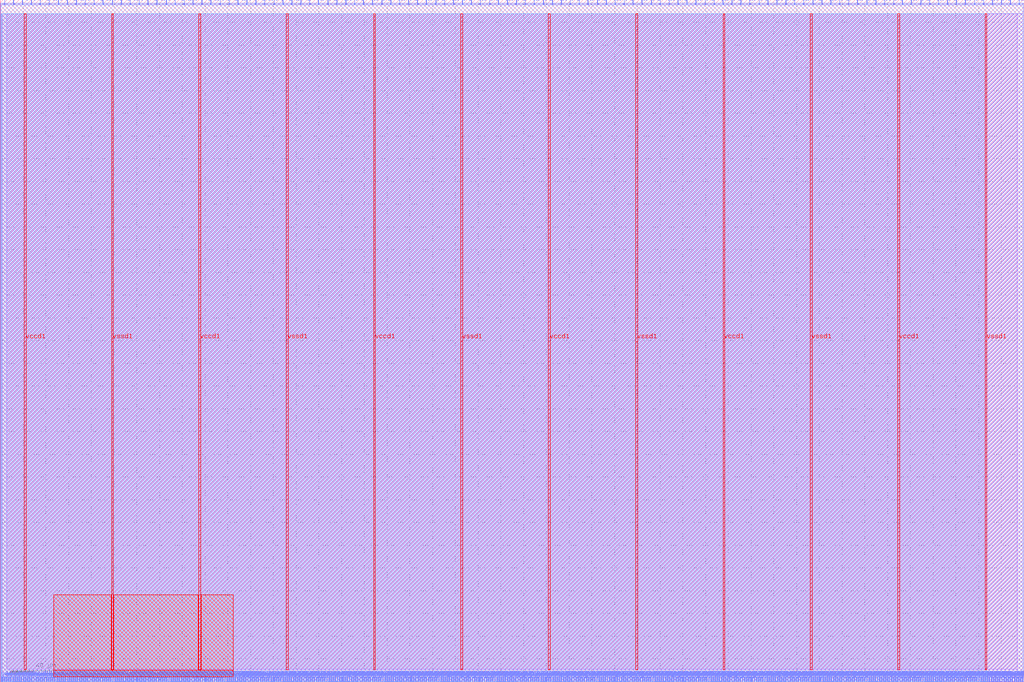
<source format=lef>
VERSION 5.7 ;
  NOWIREEXTENSIONATPIN ON ;
  DIVIDERCHAR "/" ;
  BUSBITCHARS "[]" ;
MACRO user_proj_example
  CLASS BLOCK ;
  FOREIGN user_proj_example ;
  ORIGIN 0.000 0.000 ;
  SIZE 900.000 BY 600.000 ;
  PIN io_in[0]
    DIRECTION INPUT ;
    USE SIGNAL ;
    PORT
      LAYER met2 ;
        RECT 3.770 596.000 4.050 600.000 ;
    END
  END io_in[0]
  PIN io_in[10]
    DIRECTION INPUT ;
    USE SIGNAL ;
    PORT
      LAYER met2 ;
        RECT 240.670 596.000 240.950 600.000 ;
    END
  END io_in[10]
  PIN io_in[11]
    DIRECTION INPUT ;
    USE SIGNAL ;
    PORT
      LAYER met2 ;
        RECT 264.130 596.000 264.410 600.000 ;
    END
  END io_in[11]
  PIN io_in[12]
    DIRECTION INPUT ;
    USE SIGNAL ;
    PORT
      LAYER met2 ;
        RECT 288.050 596.000 288.330 600.000 ;
    END
  END io_in[12]
  PIN io_in[13]
    DIRECTION INPUT ;
    USE SIGNAL ;
    PORT
      LAYER met2 ;
        RECT 311.510 596.000 311.790 600.000 ;
    END
  END io_in[13]
  PIN io_in[14]
    DIRECTION INPUT ;
    USE SIGNAL ;
    PORT
      LAYER met2 ;
        RECT 335.430 596.000 335.710 600.000 ;
    END
  END io_in[14]
  PIN io_in[15]
    DIRECTION INPUT ;
    USE SIGNAL ;
    PORT
      LAYER met2 ;
        RECT 358.890 596.000 359.170 600.000 ;
    END
  END io_in[15]
  PIN io_in[16]
    DIRECTION INPUT ;
    USE SIGNAL ;
    PORT
      LAYER met2 ;
        RECT 382.810 596.000 383.090 600.000 ;
    END
  END io_in[16]
  PIN io_in[17]
    DIRECTION INPUT ;
    USE SIGNAL ;
    PORT
      LAYER met2 ;
        RECT 406.270 596.000 406.550 600.000 ;
    END
  END io_in[17]
  PIN io_in[18]
    DIRECTION INPUT ;
    USE SIGNAL ;
    PORT
      LAYER met2 ;
        RECT 430.190 596.000 430.470 600.000 ;
    END
  END io_in[18]
  PIN io_in[19]
    DIRECTION INPUT ;
    USE SIGNAL ;
    PORT
      LAYER met2 ;
        RECT 453.650 596.000 453.930 600.000 ;
    END
  END io_in[19]
  PIN io_in[1]
    DIRECTION INPUT ;
    USE SIGNAL ;
    PORT
      LAYER met2 ;
        RECT 27.230 596.000 27.510 600.000 ;
    END
  END io_in[1]
  PIN io_in[20]
    DIRECTION INPUT ;
    USE SIGNAL ;
    PORT
      LAYER met2 ;
        RECT 477.570 596.000 477.850 600.000 ;
    END
  END io_in[20]
  PIN io_in[21]
    DIRECTION INPUT ;
    USE SIGNAL ;
    PORT
      LAYER met2 ;
        RECT 501.030 596.000 501.310 600.000 ;
    END
  END io_in[21]
  PIN io_in[22]
    DIRECTION INPUT ;
    USE SIGNAL ;
    PORT
      LAYER met2 ;
        RECT 524.950 596.000 525.230 600.000 ;
    END
  END io_in[22]
  PIN io_in[23]
    DIRECTION INPUT ;
    USE SIGNAL ;
    PORT
      LAYER met2 ;
        RECT 548.410 596.000 548.690 600.000 ;
    END
  END io_in[23]
  PIN io_in[24]
    DIRECTION INPUT ;
    USE SIGNAL ;
    PORT
      LAYER met2 ;
        RECT 572.330 596.000 572.610 600.000 ;
    END
  END io_in[24]
  PIN io_in[25]
    DIRECTION INPUT ;
    USE SIGNAL ;
    PORT
      LAYER met2 ;
        RECT 595.790 596.000 596.070 600.000 ;
    END
  END io_in[25]
  PIN io_in[26]
    DIRECTION INPUT ;
    USE SIGNAL ;
    PORT
      LAYER met2 ;
        RECT 619.710 596.000 619.990 600.000 ;
    END
  END io_in[26]
  PIN io_in[27]
    DIRECTION INPUT ;
    USE SIGNAL ;
    PORT
      LAYER met2 ;
        RECT 643.170 596.000 643.450 600.000 ;
    END
  END io_in[27]
  PIN io_in[28]
    DIRECTION INPUT ;
    USE SIGNAL ;
    PORT
      LAYER met2 ;
        RECT 667.090 596.000 667.370 600.000 ;
    END
  END io_in[28]
  PIN io_in[29]
    DIRECTION INPUT ;
    USE SIGNAL ;
    PORT
      LAYER met2 ;
        RECT 690.550 596.000 690.830 600.000 ;
    END
  END io_in[29]
  PIN io_in[2]
    DIRECTION INPUT ;
    USE SIGNAL ;
    PORT
      LAYER met2 ;
        RECT 51.150 596.000 51.430 600.000 ;
    END
  END io_in[2]
  PIN io_in[30]
    DIRECTION INPUT ;
    USE SIGNAL ;
    PORT
      LAYER met2 ;
        RECT 714.470 596.000 714.750 600.000 ;
    END
  END io_in[30]
  PIN io_in[31]
    DIRECTION INPUT ;
    USE SIGNAL ;
    PORT
      LAYER met2 ;
        RECT 737.930 596.000 738.210 600.000 ;
    END
  END io_in[31]
  PIN io_in[32]
    DIRECTION INPUT ;
    USE SIGNAL ;
    PORT
      LAYER met2 ;
        RECT 761.850 596.000 762.130 600.000 ;
    END
  END io_in[32]
  PIN io_in[33]
    DIRECTION INPUT ;
    USE SIGNAL ;
    PORT
      LAYER met2 ;
        RECT 785.310 596.000 785.590 600.000 ;
    END
  END io_in[33]
  PIN io_in[34]
    DIRECTION INPUT ;
    USE SIGNAL ;
    PORT
      LAYER met2 ;
        RECT 809.230 596.000 809.510 600.000 ;
    END
  END io_in[34]
  PIN io_in[35]
    DIRECTION INPUT ;
    USE SIGNAL ;
    PORT
      LAYER met2 ;
        RECT 832.690 596.000 832.970 600.000 ;
    END
  END io_in[35]
  PIN io_in[36]
    DIRECTION INPUT ;
    USE SIGNAL ;
    PORT
      LAYER met2 ;
        RECT 856.610 596.000 856.890 600.000 ;
    END
  END io_in[36]
  PIN io_in[37]
    DIRECTION INPUT ;
    USE SIGNAL ;
    PORT
      LAYER met2 ;
        RECT 880.070 596.000 880.350 600.000 ;
    END
  END io_in[37]
  PIN io_in[3]
    DIRECTION INPUT ;
    USE SIGNAL ;
    PORT
      LAYER met2 ;
        RECT 74.610 596.000 74.890 600.000 ;
    END
  END io_in[3]
  PIN io_in[4]
    DIRECTION INPUT ;
    USE SIGNAL ;
    PORT
      LAYER met2 ;
        RECT 98.530 596.000 98.810 600.000 ;
    END
  END io_in[4]
  PIN io_in[5]
    DIRECTION INPUT ;
    USE SIGNAL ;
    PORT
      LAYER met2 ;
        RECT 121.990 596.000 122.270 600.000 ;
    END
  END io_in[5]
  PIN io_in[6]
    DIRECTION INPUT ;
    USE SIGNAL ;
    PORT
      LAYER met2 ;
        RECT 145.910 596.000 146.190 600.000 ;
    END
  END io_in[6]
  PIN io_in[7]
    DIRECTION INPUT ;
    USE SIGNAL ;
    PORT
      LAYER met2 ;
        RECT 169.370 596.000 169.650 600.000 ;
    END
  END io_in[7]
  PIN io_in[8]
    DIRECTION INPUT ;
    USE SIGNAL ;
    PORT
      LAYER met2 ;
        RECT 193.290 596.000 193.570 600.000 ;
    END
  END io_in[8]
  PIN io_in[9]
    DIRECTION INPUT ;
    USE SIGNAL ;
    PORT
      LAYER met2 ;
        RECT 216.750 596.000 217.030 600.000 ;
    END
  END io_in[9]
  PIN io_oeb[0]
    DIRECTION OUTPUT TRISTATE ;
    USE SIGNAL ;
    PORT
      LAYER met2 ;
        RECT 11.590 596.000 11.870 600.000 ;
    END
  END io_oeb[0]
  PIN io_oeb[10]
    DIRECTION OUTPUT TRISTATE ;
    USE SIGNAL ;
    PORT
      LAYER met2 ;
        RECT 248.490 596.000 248.770 600.000 ;
    END
  END io_oeb[10]
  PIN io_oeb[11]
    DIRECTION OUTPUT TRISTATE ;
    USE SIGNAL ;
    PORT
      LAYER met2 ;
        RECT 271.950 596.000 272.230 600.000 ;
    END
  END io_oeb[11]
  PIN io_oeb[12]
    DIRECTION OUTPUT TRISTATE ;
    USE SIGNAL ;
    PORT
      LAYER met2 ;
        RECT 295.870 596.000 296.150 600.000 ;
    END
  END io_oeb[12]
  PIN io_oeb[13]
    DIRECTION OUTPUT TRISTATE ;
    USE SIGNAL ;
    PORT
      LAYER met2 ;
        RECT 319.330 596.000 319.610 600.000 ;
    END
  END io_oeb[13]
  PIN io_oeb[14]
    DIRECTION OUTPUT TRISTATE ;
    USE SIGNAL ;
    PORT
      LAYER met2 ;
        RECT 343.250 596.000 343.530 600.000 ;
    END
  END io_oeb[14]
  PIN io_oeb[15]
    DIRECTION OUTPUT TRISTATE ;
    USE SIGNAL ;
    PORT
      LAYER met2 ;
        RECT 366.710 596.000 366.990 600.000 ;
    END
  END io_oeb[15]
  PIN io_oeb[16]
    DIRECTION OUTPUT TRISTATE ;
    USE SIGNAL ;
    PORT
      LAYER met2 ;
        RECT 390.630 596.000 390.910 600.000 ;
    END
  END io_oeb[16]
  PIN io_oeb[17]
    DIRECTION OUTPUT TRISTATE ;
    USE SIGNAL ;
    PORT
      LAYER met2 ;
        RECT 414.090 596.000 414.370 600.000 ;
    END
  END io_oeb[17]
  PIN io_oeb[18]
    DIRECTION OUTPUT TRISTATE ;
    USE SIGNAL ;
    PORT
      LAYER met2 ;
        RECT 438.010 596.000 438.290 600.000 ;
    END
  END io_oeb[18]
  PIN io_oeb[19]
    DIRECTION OUTPUT TRISTATE ;
    USE SIGNAL ;
    PORT
      LAYER met2 ;
        RECT 461.470 596.000 461.750 600.000 ;
    END
  END io_oeb[19]
  PIN io_oeb[1]
    DIRECTION OUTPUT TRISTATE ;
    USE SIGNAL ;
    PORT
      LAYER met2 ;
        RECT 35.050 596.000 35.330 600.000 ;
    END
  END io_oeb[1]
  PIN io_oeb[20]
    DIRECTION OUTPUT TRISTATE ;
    USE SIGNAL ;
    PORT
      LAYER met2 ;
        RECT 485.390 596.000 485.670 600.000 ;
    END
  END io_oeb[20]
  PIN io_oeb[21]
    DIRECTION OUTPUT TRISTATE ;
    USE SIGNAL ;
    PORT
      LAYER met2 ;
        RECT 508.850 596.000 509.130 600.000 ;
    END
  END io_oeb[21]
  PIN io_oeb[22]
    DIRECTION OUTPUT TRISTATE ;
    USE SIGNAL ;
    PORT
      LAYER met2 ;
        RECT 532.770 596.000 533.050 600.000 ;
    END
  END io_oeb[22]
  PIN io_oeb[23]
    DIRECTION OUTPUT TRISTATE ;
    USE SIGNAL ;
    PORT
      LAYER met2 ;
        RECT 556.230 596.000 556.510 600.000 ;
    END
  END io_oeb[23]
  PIN io_oeb[24]
    DIRECTION OUTPUT TRISTATE ;
    USE SIGNAL ;
    PORT
      LAYER met2 ;
        RECT 580.150 596.000 580.430 600.000 ;
    END
  END io_oeb[24]
  PIN io_oeb[25]
    DIRECTION OUTPUT TRISTATE ;
    USE SIGNAL ;
    PORT
      LAYER met2 ;
        RECT 603.610 596.000 603.890 600.000 ;
    END
  END io_oeb[25]
  PIN io_oeb[26]
    DIRECTION OUTPUT TRISTATE ;
    USE SIGNAL ;
    PORT
      LAYER met2 ;
        RECT 627.530 596.000 627.810 600.000 ;
    END
  END io_oeb[26]
  PIN io_oeb[27]
    DIRECTION OUTPUT TRISTATE ;
    USE SIGNAL ;
    PORT
      LAYER met2 ;
        RECT 650.990 596.000 651.270 600.000 ;
    END
  END io_oeb[27]
  PIN io_oeb[28]
    DIRECTION OUTPUT TRISTATE ;
    USE SIGNAL ;
    PORT
      LAYER met2 ;
        RECT 674.910 596.000 675.190 600.000 ;
    END
  END io_oeb[28]
  PIN io_oeb[29]
    DIRECTION OUTPUT TRISTATE ;
    USE SIGNAL ;
    PORT
      LAYER met2 ;
        RECT 698.370 596.000 698.650 600.000 ;
    END
  END io_oeb[29]
  PIN io_oeb[2]
    DIRECTION OUTPUT TRISTATE ;
    USE SIGNAL ;
    PORT
      LAYER met2 ;
        RECT 58.970 596.000 59.250 600.000 ;
    END
  END io_oeb[2]
  PIN io_oeb[30]
    DIRECTION OUTPUT TRISTATE ;
    USE SIGNAL ;
    PORT
      LAYER met2 ;
        RECT 722.290 596.000 722.570 600.000 ;
    END
  END io_oeb[30]
  PIN io_oeb[31]
    DIRECTION OUTPUT TRISTATE ;
    USE SIGNAL ;
    PORT
      LAYER met2 ;
        RECT 745.750 596.000 746.030 600.000 ;
    END
  END io_oeb[31]
  PIN io_oeb[32]
    DIRECTION OUTPUT TRISTATE ;
    USE SIGNAL ;
    PORT
      LAYER met2 ;
        RECT 769.670 596.000 769.950 600.000 ;
    END
  END io_oeb[32]
  PIN io_oeb[33]
    DIRECTION OUTPUT TRISTATE ;
    USE SIGNAL ;
    PORT
      LAYER met2 ;
        RECT 793.130 596.000 793.410 600.000 ;
    END
  END io_oeb[33]
  PIN io_oeb[34]
    DIRECTION OUTPUT TRISTATE ;
    USE SIGNAL ;
    PORT
      LAYER met2 ;
        RECT 817.050 596.000 817.330 600.000 ;
    END
  END io_oeb[34]
  PIN io_oeb[35]
    DIRECTION OUTPUT TRISTATE ;
    USE SIGNAL ;
    PORT
      LAYER met2 ;
        RECT 840.510 596.000 840.790 600.000 ;
    END
  END io_oeb[35]
  PIN io_oeb[36]
    DIRECTION OUTPUT TRISTATE ;
    USE SIGNAL ;
    PORT
      LAYER met2 ;
        RECT 864.430 596.000 864.710 600.000 ;
    END
  END io_oeb[36]
  PIN io_oeb[37]
    DIRECTION OUTPUT TRISTATE ;
    USE SIGNAL ;
    PORT
      LAYER met2 ;
        RECT 887.890 596.000 888.170 600.000 ;
    END
  END io_oeb[37]
  PIN io_oeb[3]
    DIRECTION OUTPUT TRISTATE ;
    USE SIGNAL ;
    PORT
      LAYER met2 ;
        RECT 82.430 596.000 82.710 600.000 ;
    END
  END io_oeb[3]
  PIN io_oeb[4]
    DIRECTION OUTPUT TRISTATE ;
    USE SIGNAL ;
    PORT
      LAYER met2 ;
        RECT 106.350 596.000 106.630 600.000 ;
    END
  END io_oeb[4]
  PIN io_oeb[5]
    DIRECTION OUTPUT TRISTATE ;
    USE SIGNAL ;
    PORT
      LAYER met2 ;
        RECT 129.810 596.000 130.090 600.000 ;
    END
  END io_oeb[5]
  PIN io_oeb[6]
    DIRECTION OUTPUT TRISTATE ;
    USE SIGNAL ;
    PORT
      LAYER met2 ;
        RECT 153.730 596.000 154.010 600.000 ;
    END
  END io_oeb[6]
  PIN io_oeb[7]
    DIRECTION OUTPUT TRISTATE ;
    USE SIGNAL ;
    PORT
      LAYER met2 ;
        RECT 177.190 596.000 177.470 600.000 ;
    END
  END io_oeb[7]
  PIN io_oeb[8]
    DIRECTION OUTPUT TRISTATE ;
    USE SIGNAL ;
    PORT
      LAYER met2 ;
        RECT 201.110 596.000 201.390 600.000 ;
    END
  END io_oeb[8]
  PIN io_oeb[9]
    DIRECTION OUTPUT TRISTATE ;
    USE SIGNAL ;
    PORT
      LAYER met2 ;
        RECT 224.570 596.000 224.850 600.000 ;
    END
  END io_oeb[9]
  PIN io_out[0]
    DIRECTION OUTPUT TRISTATE ;
    USE SIGNAL ;
    PORT
      LAYER met2 ;
        RECT 19.410 596.000 19.690 600.000 ;
    END
  END io_out[0]
  PIN io_out[10]
    DIRECTION OUTPUT TRISTATE ;
    USE SIGNAL ;
    PORT
      LAYER met2 ;
        RECT 256.310 596.000 256.590 600.000 ;
    END
  END io_out[10]
  PIN io_out[11]
    DIRECTION OUTPUT TRISTATE ;
    USE SIGNAL ;
    PORT
      LAYER met2 ;
        RECT 279.770 596.000 280.050 600.000 ;
    END
  END io_out[11]
  PIN io_out[12]
    DIRECTION OUTPUT TRISTATE ;
    USE SIGNAL ;
    PORT
      LAYER met2 ;
        RECT 303.690 596.000 303.970 600.000 ;
    END
  END io_out[12]
  PIN io_out[13]
    DIRECTION OUTPUT TRISTATE ;
    USE SIGNAL ;
    PORT
      LAYER met2 ;
        RECT 327.150 596.000 327.430 600.000 ;
    END
  END io_out[13]
  PIN io_out[14]
    DIRECTION OUTPUT TRISTATE ;
    USE SIGNAL ;
    PORT
      LAYER met2 ;
        RECT 351.070 596.000 351.350 600.000 ;
    END
  END io_out[14]
  PIN io_out[15]
    DIRECTION OUTPUT TRISTATE ;
    USE SIGNAL ;
    PORT
      LAYER met2 ;
        RECT 374.530 596.000 374.810 600.000 ;
    END
  END io_out[15]
  PIN io_out[16]
    DIRECTION OUTPUT TRISTATE ;
    USE SIGNAL ;
    PORT
      LAYER met2 ;
        RECT 398.450 596.000 398.730 600.000 ;
    END
  END io_out[16]
  PIN io_out[17]
    DIRECTION OUTPUT TRISTATE ;
    USE SIGNAL ;
    PORT
      LAYER met2 ;
        RECT 421.910 596.000 422.190 600.000 ;
    END
  END io_out[17]
  PIN io_out[18]
    DIRECTION OUTPUT TRISTATE ;
    USE SIGNAL ;
    PORT
      LAYER met2 ;
        RECT 445.830 596.000 446.110 600.000 ;
    END
  END io_out[18]
  PIN io_out[19]
    DIRECTION OUTPUT TRISTATE ;
    USE SIGNAL ;
    PORT
      LAYER met2 ;
        RECT 469.290 596.000 469.570 600.000 ;
    END
  END io_out[19]
  PIN io_out[1]
    DIRECTION OUTPUT TRISTATE ;
    USE SIGNAL ;
    PORT
      LAYER met2 ;
        RECT 42.870 596.000 43.150 600.000 ;
    END
  END io_out[1]
  PIN io_out[20]
    DIRECTION OUTPUT TRISTATE ;
    USE SIGNAL ;
    PORT
      LAYER met2 ;
        RECT 493.210 596.000 493.490 600.000 ;
    END
  END io_out[20]
  PIN io_out[21]
    DIRECTION OUTPUT TRISTATE ;
    USE SIGNAL ;
    PORT
      LAYER met2 ;
        RECT 516.670 596.000 516.950 600.000 ;
    END
  END io_out[21]
  PIN io_out[22]
    DIRECTION OUTPUT TRISTATE ;
    USE SIGNAL ;
    PORT
      LAYER met2 ;
        RECT 540.590 596.000 540.870 600.000 ;
    END
  END io_out[22]
  PIN io_out[23]
    DIRECTION OUTPUT TRISTATE ;
    USE SIGNAL ;
    PORT
      LAYER met2 ;
        RECT 564.050 596.000 564.330 600.000 ;
    END
  END io_out[23]
  PIN io_out[24]
    DIRECTION OUTPUT TRISTATE ;
    USE SIGNAL ;
    PORT
      LAYER met2 ;
        RECT 587.970 596.000 588.250 600.000 ;
    END
  END io_out[24]
  PIN io_out[25]
    DIRECTION OUTPUT TRISTATE ;
    USE SIGNAL ;
    PORT
      LAYER met2 ;
        RECT 611.430 596.000 611.710 600.000 ;
    END
  END io_out[25]
  PIN io_out[26]
    DIRECTION OUTPUT TRISTATE ;
    USE SIGNAL ;
    PORT
      LAYER met2 ;
        RECT 635.350 596.000 635.630 600.000 ;
    END
  END io_out[26]
  PIN io_out[27]
    DIRECTION OUTPUT TRISTATE ;
    USE SIGNAL ;
    PORT
      LAYER met2 ;
        RECT 658.810 596.000 659.090 600.000 ;
    END
  END io_out[27]
  PIN io_out[28]
    DIRECTION OUTPUT TRISTATE ;
    USE SIGNAL ;
    PORT
      LAYER met2 ;
        RECT 682.730 596.000 683.010 600.000 ;
    END
  END io_out[28]
  PIN io_out[29]
    DIRECTION OUTPUT TRISTATE ;
    USE SIGNAL ;
    PORT
      LAYER met2 ;
        RECT 706.190 596.000 706.470 600.000 ;
    END
  END io_out[29]
  PIN io_out[2]
    DIRECTION OUTPUT TRISTATE ;
    USE SIGNAL ;
    PORT
      LAYER met2 ;
        RECT 66.790 596.000 67.070 600.000 ;
    END
  END io_out[2]
  PIN io_out[30]
    DIRECTION OUTPUT TRISTATE ;
    USE SIGNAL ;
    PORT
      LAYER met2 ;
        RECT 730.110 596.000 730.390 600.000 ;
    END
  END io_out[30]
  PIN io_out[31]
    DIRECTION OUTPUT TRISTATE ;
    USE SIGNAL ;
    PORT
      LAYER met2 ;
        RECT 753.570 596.000 753.850 600.000 ;
    END
  END io_out[31]
  PIN io_out[32]
    DIRECTION OUTPUT TRISTATE ;
    USE SIGNAL ;
    PORT
      LAYER met2 ;
        RECT 777.490 596.000 777.770 600.000 ;
    END
  END io_out[32]
  PIN io_out[33]
    DIRECTION OUTPUT TRISTATE ;
    USE SIGNAL ;
    PORT
      LAYER met2 ;
        RECT 800.950 596.000 801.230 600.000 ;
    END
  END io_out[33]
  PIN io_out[34]
    DIRECTION OUTPUT TRISTATE ;
    USE SIGNAL ;
    PORT
      LAYER met2 ;
        RECT 824.870 596.000 825.150 600.000 ;
    END
  END io_out[34]
  PIN io_out[35]
    DIRECTION OUTPUT TRISTATE ;
    USE SIGNAL ;
    PORT
      LAYER met2 ;
        RECT 848.330 596.000 848.610 600.000 ;
    END
  END io_out[35]
  PIN io_out[36]
    DIRECTION OUTPUT TRISTATE ;
    USE SIGNAL ;
    PORT
      LAYER met2 ;
        RECT 872.250 596.000 872.530 600.000 ;
    END
  END io_out[36]
  PIN io_out[37]
    DIRECTION OUTPUT TRISTATE ;
    USE SIGNAL ;
    PORT
      LAYER met2 ;
        RECT 895.710 596.000 895.990 600.000 ;
    END
  END io_out[37]
  PIN io_out[3]
    DIRECTION OUTPUT TRISTATE ;
    USE SIGNAL ;
    PORT
      LAYER met2 ;
        RECT 90.250 596.000 90.530 600.000 ;
    END
  END io_out[3]
  PIN io_out[4]
    DIRECTION OUTPUT TRISTATE ;
    USE SIGNAL ;
    PORT
      LAYER met2 ;
        RECT 114.170 596.000 114.450 600.000 ;
    END
  END io_out[4]
  PIN io_out[5]
    DIRECTION OUTPUT TRISTATE ;
    USE SIGNAL ;
    PORT
      LAYER met2 ;
        RECT 137.630 596.000 137.910 600.000 ;
    END
  END io_out[5]
  PIN io_out[6]
    DIRECTION OUTPUT TRISTATE ;
    USE SIGNAL ;
    PORT
      LAYER met2 ;
        RECT 161.550 596.000 161.830 600.000 ;
    END
  END io_out[6]
  PIN io_out[7]
    DIRECTION OUTPUT TRISTATE ;
    USE SIGNAL ;
    PORT
      LAYER met2 ;
        RECT 185.010 596.000 185.290 600.000 ;
    END
  END io_out[7]
  PIN io_out[8]
    DIRECTION OUTPUT TRISTATE ;
    USE SIGNAL ;
    PORT
      LAYER met2 ;
        RECT 208.930 596.000 209.210 600.000 ;
    END
  END io_out[8]
  PIN io_out[9]
    DIRECTION OUTPUT TRISTATE ;
    USE SIGNAL ;
    PORT
      LAYER met2 ;
        RECT 232.390 596.000 232.670 600.000 ;
    END
  END io_out[9]
  PIN irq[0]
    DIRECTION OUTPUT TRISTATE ;
    USE SIGNAL ;
    PORT
      LAYER met2 ;
        RECT 895.250 0.000 895.530 4.000 ;
    END
  END irq[0]
  PIN irq[1]
    DIRECTION OUTPUT TRISTATE ;
    USE SIGNAL ;
    PORT
      LAYER met2 ;
        RECT 897.090 0.000 897.370 4.000 ;
    END
  END irq[1]
  PIN irq[2]
    DIRECTION OUTPUT TRISTATE ;
    USE SIGNAL ;
    PORT
      LAYER met2 ;
        RECT 898.930 0.000 899.210 4.000 ;
    END
  END irq[2]
  PIN la_data_in[0]
    DIRECTION INPUT ;
    USE SIGNAL ;
    PORT
      LAYER met2 ;
        RECT 193.750 0.000 194.030 4.000 ;
    END
  END la_data_in[0]
  PIN la_data_in[100]
    DIRECTION INPUT ;
    USE SIGNAL ;
    PORT
      LAYER met2 ;
        RECT 741.610 0.000 741.890 4.000 ;
    END
  END la_data_in[100]
  PIN la_data_in[101]
    DIRECTION INPUT ;
    USE SIGNAL ;
    PORT
      LAYER met2 ;
        RECT 747.130 0.000 747.410 4.000 ;
    END
  END la_data_in[101]
  PIN la_data_in[102]
    DIRECTION INPUT ;
    USE SIGNAL ;
    PORT
      LAYER met2 ;
        RECT 752.650 0.000 752.930 4.000 ;
    END
  END la_data_in[102]
  PIN la_data_in[103]
    DIRECTION INPUT ;
    USE SIGNAL ;
    PORT
      LAYER met2 ;
        RECT 758.170 0.000 758.450 4.000 ;
    END
  END la_data_in[103]
  PIN la_data_in[104]
    DIRECTION INPUT ;
    USE SIGNAL ;
    PORT
      LAYER met2 ;
        RECT 763.690 0.000 763.970 4.000 ;
    END
  END la_data_in[104]
  PIN la_data_in[105]
    DIRECTION INPUT ;
    USE SIGNAL ;
    PORT
      LAYER met2 ;
        RECT 769.210 0.000 769.490 4.000 ;
    END
  END la_data_in[105]
  PIN la_data_in[106]
    DIRECTION INPUT ;
    USE SIGNAL ;
    PORT
      LAYER met2 ;
        RECT 774.730 0.000 775.010 4.000 ;
    END
  END la_data_in[106]
  PIN la_data_in[107]
    DIRECTION INPUT ;
    USE SIGNAL ;
    PORT
      LAYER met2 ;
        RECT 780.250 0.000 780.530 4.000 ;
    END
  END la_data_in[107]
  PIN la_data_in[108]
    DIRECTION INPUT ;
    USE SIGNAL ;
    PORT
      LAYER met2 ;
        RECT 785.310 0.000 785.590 4.000 ;
    END
  END la_data_in[108]
  PIN la_data_in[109]
    DIRECTION INPUT ;
    USE SIGNAL ;
    PORT
      LAYER met2 ;
        RECT 790.830 0.000 791.110 4.000 ;
    END
  END la_data_in[109]
  PIN la_data_in[10]
    DIRECTION INPUT ;
    USE SIGNAL ;
    PORT
      LAYER met2 ;
        RECT 248.490 0.000 248.770 4.000 ;
    END
  END la_data_in[10]
  PIN la_data_in[110]
    DIRECTION INPUT ;
    USE SIGNAL ;
    PORT
      LAYER met2 ;
        RECT 796.350 0.000 796.630 4.000 ;
    END
  END la_data_in[110]
  PIN la_data_in[111]
    DIRECTION INPUT ;
    USE SIGNAL ;
    PORT
      LAYER met2 ;
        RECT 801.870 0.000 802.150 4.000 ;
    END
  END la_data_in[111]
  PIN la_data_in[112]
    DIRECTION INPUT ;
    USE SIGNAL ;
    PORT
      LAYER met2 ;
        RECT 807.390 0.000 807.670 4.000 ;
    END
  END la_data_in[112]
  PIN la_data_in[113]
    DIRECTION INPUT ;
    USE SIGNAL ;
    PORT
      LAYER met2 ;
        RECT 812.910 0.000 813.190 4.000 ;
    END
  END la_data_in[113]
  PIN la_data_in[114]
    DIRECTION INPUT ;
    USE SIGNAL ;
    PORT
      LAYER met2 ;
        RECT 818.430 0.000 818.710 4.000 ;
    END
  END la_data_in[114]
  PIN la_data_in[115]
    DIRECTION INPUT ;
    USE SIGNAL ;
    PORT
      LAYER met2 ;
        RECT 823.950 0.000 824.230 4.000 ;
    END
  END la_data_in[115]
  PIN la_data_in[116]
    DIRECTION INPUT ;
    USE SIGNAL ;
    PORT
      LAYER met2 ;
        RECT 829.470 0.000 829.750 4.000 ;
    END
  END la_data_in[116]
  PIN la_data_in[117]
    DIRECTION INPUT ;
    USE SIGNAL ;
    PORT
      LAYER met2 ;
        RECT 834.990 0.000 835.270 4.000 ;
    END
  END la_data_in[117]
  PIN la_data_in[118]
    DIRECTION INPUT ;
    USE SIGNAL ;
    PORT
      LAYER met2 ;
        RECT 840.510 0.000 840.790 4.000 ;
    END
  END la_data_in[118]
  PIN la_data_in[119]
    DIRECTION INPUT ;
    USE SIGNAL ;
    PORT
      LAYER met2 ;
        RECT 845.570 0.000 845.850 4.000 ;
    END
  END la_data_in[119]
  PIN la_data_in[11]
    DIRECTION INPUT ;
    USE SIGNAL ;
    PORT
      LAYER met2 ;
        RECT 254.010 0.000 254.290 4.000 ;
    END
  END la_data_in[11]
  PIN la_data_in[120]
    DIRECTION INPUT ;
    USE SIGNAL ;
    PORT
      LAYER met2 ;
        RECT 851.090 0.000 851.370 4.000 ;
    END
  END la_data_in[120]
  PIN la_data_in[121]
    DIRECTION INPUT ;
    USE SIGNAL ;
    PORT
      LAYER met2 ;
        RECT 856.610 0.000 856.890 4.000 ;
    END
  END la_data_in[121]
  PIN la_data_in[122]
    DIRECTION INPUT ;
    USE SIGNAL ;
    PORT
      LAYER met2 ;
        RECT 862.130 0.000 862.410 4.000 ;
    END
  END la_data_in[122]
  PIN la_data_in[123]
    DIRECTION INPUT ;
    USE SIGNAL ;
    PORT
      LAYER met2 ;
        RECT 867.650 0.000 867.930 4.000 ;
    END
  END la_data_in[123]
  PIN la_data_in[124]
    DIRECTION INPUT ;
    USE SIGNAL ;
    PORT
      LAYER met2 ;
        RECT 873.170 0.000 873.450 4.000 ;
    END
  END la_data_in[124]
  PIN la_data_in[125]
    DIRECTION INPUT ;
    USE SIGNAL ;
    PORT
      LAYER met2 ;
        RECT 878.690 0.000 878.970 4.000 ;
    END
  END la_data_in[125]
  PIN la_data_in[126]
    DIRECTION INPUT ;
    USE SIGNAL ;
    PORT
      LAYER met2 ;
        RECT 884.210 0.000 884.490 4.000 ;
    END
  END la_data_in[126]
  PIN la_data_in[127]
    DIRECTION INPUT ;
    USE SIGNAL ;
    PORT
      LAYER met2 ;
        RECT 889.730 0.000 890.010 4.000 ;
    END
  END la_data_in[127]
  PIN la_data_in[12]
    DIRECTION INPUT ;
    USE SIGNAL ;
    PORT
      LAYER met2 ;
        RECT 259.530 0.000 259.810 4.000 ;
    END
  END la_data_in[12]
  PIN la_data_in[13]
    DIRECTION INPUT ;
    USE SIGNAL ;
    PORT
      LAYER met2 ;
        RECT 265.050 0.000 265.330 4.000 ;
    END
  END la_data_in[13]
  PIN la_data_in[14]
    DIRECTION INPUT ;
    USE SIGNAL ;
    PORT
      LAYER met2 ;
        RECT 270.570 0.000 270.850 4.000 ;
    END
  END la_data_in[14]
  PIN la_data_in[15]
    DIRECTION INPUT ;
    USE SIGNAL ;
    PORT
      LAYER met2 ;
        RECT 276.090 0.000 276.370 4.000 ;
    END
  END la_data_in[15]
  PIN la_data_in[16]
    DIRECTION INPUT ;
    USE SIGNAL ;
    PORT
      LAYER met2 ;
        RECT 281.610 0.000 281.890 4.000 ;
    END
  END la_data_in[16]
  PIN la_data_in[17]
    DIRECTION INPUT ;
    USE SIGNAL ;
    PORT
      LAYER met2 ;
        RECT 287.130 0.000 287.410 4.000 ;
    END
  END la_data_in[17]
  PIN la_data_in[18]
    DIRECTION INPUT ;
    USE SIGNAL ;
    PORT
      LAYER met2 ;
        RECT 292.650 0.000 292.930 4.000 ;
    END
  END la_data_in[18]
  PIN la_data_in[19]
    DIRECTION INPUT ;
    USE SIGNAL ;
    PORT
      LAYER met2 ;
        RECT 298.170 0.000 298.450 4.000 ;
    END
  END la_data_in[19]
  PIN la_data_in[1]
    DIRECTION INPUT ;
    USE SIGNAL ;
    PORT
      LAYER met2 ;
        RECT 199.270 0.000 199.550 4.000 ;
    END
  END la_data_in[1]
  PIN la_data_in[20]
    DIRECTION INPUT ;
    USE SIGNAL ;
    PORT
      LAYER met2 ;
        RECT 303.230 0.000 303.510 4.000 ;
    END
  END la_data_in[20]
  PIN la_data_in[21]
    DIRECTION INPUT ;
    USE SIGNAL ;
    PORT
      LAYER met2 ;
        RECT 308.750 0.000 309.030 4.000 ;
    END
  END la_data_in[21]
  PIN la_data_in[22]
    DIRECTION INPUT ;
    USE SIGNAL ;
    PORT
      LAYER met2 ;
        RECT 314.270 0.000 314.550 4.000 ;
    END
  END la_data_in[22]
  PIN la_data_in[23]
    DIRECTION INPUT ;
    USE SIGNAL ;
    PORT
      LAYER met2 ;
        RECT 319.790 0.000 320.070 4.000 ;
    END
  END la_data_in[23]
  PIN la_data_in[24]
    DIRECTION INPUT ;
    USE SIGNAL ;
    PORT
      LAYER met2 ;
        RECT 325.310 0.000 325.590 4.000 ;
    END
  END la_data_in[24]
  PIN la_data_in[25]
    DIRECTION INPUT ;
    USE SIGNAL ;
    PORT
      LAYER met2 ;
        RECT 330.830 0.000 331.110 4.000 ;
    END
  END la_data_in[25]
  PIN la_data_in[26]
    DIRECTION INPUT ;
    USE SIGNAL ;
    PORT
      LAYER met2 ;
        RECT 336.350 0.000 336.630 4.000 ;
    END
  END la_data_in[26]
  PIN la_data_in[27]
    DIRECTION INPUT ;
    USE SIGNAL ;
    PORT
      LAYER met2 ;
        RECT 341.870 0.000 342.150 4.000 ;
    END
  END la_data_in[27]
  PIN la_data_in[28]
    DIRECTION INPUT ;
    USE SIGNAL ;
    PORT
      LAYER met2 ;
        RECT 347.390 0.000 347.670 4.000 ;
    END
  END la_data_in[28]
  PIN la_data_in[29]
    DIRECTION INPUT ;
    USE SIGNAL ;
    PORT
      LAYER met2 ;
        RECT 352.910 0.000 353.190 4.000 ;
    END
  END la_data_in[29]
  PIN la_data_in[2]
    DIRECTION INPUT ;
    USE SIGNAL ;
    PORT
      LAYER met2 ;
        RECT 204.790 0.000 205.070 4.000 ;
    END
  END la_data_in[2]
  PIN la_data_in[30]
    DIRECTION INPUT ;
    USE SIGNAL ;
    PORT
      LAYER met2 ;
        RECT 358.430 0.000 358.710 4.000 ;
    END
  END la_data_in[30]
  PIN la_data_in[31]
    DIRECTION INPUT ;
    USE SIGNAL ;
    PORT
      LAYER met2 ;
        RECT 363.490 0.000 363.770 4.000 ;
    END
  END la_data_in[31]
  PIN la_data_in[32]
    DIRECTION INPUT ;
    USE SIGNAL ;
    PORT
      LAYER met2 ;
        RECT 369.010 0.000 369.290 4.000 ;
    END
  END la_data_in[32]
  PIN la_data_in[33]
    DIRECTION INPUT ;
    USE SIGNAL ;
    PORT
      LAYER met2 ;
        RECT 374.530 0.000 374.810 4.000 ;
    END
  END la_data_in[33]
  PIN la_data_in[34]
    DIRECTION INPUT ;
    USE SIGNAL ;
    PORT
      LAYER met2 ;
        RECT 380.050 0.000 380.330 4.000 ;
    END
  END la_data_in[34]
  PIN la_data_in[35]
    DIRECTION INPUT ;
    USE SIGNAL ;
    PORT
      LAYER met2 ;
        RECT 385.570 0.000 385.850 4.000 ;
    END
  END la_data_in[35]
  PIN la_data_in[36]
    DIRECTION INPUT ;
    USE SIGNAL ;
    PORT
      LAYER met2 ;
        RECT 391.090 0.000 391.370 4.000 ;
    END
  END la_data_in[36]
  PIN la_data_in[37]
    DIRECTION INPUT ;
    USE SIGNAL ;
    PORT
      LAYER met2 ;
        RECT 396.610 0.000 396.890 4.000 ;
    END
  END la_data_in[37]
  PIN la_data_in[38]
    DIRECTION INPUT ;
    USE SIGNAL ;
    PORT
      LAYER met2 ;
        RECT 402.130 0.000 402.410 4.000 ;
    END
  END la_data_in[38]
  PIN la_data_in[39]
    DIRECTION INPUT ;
    USE SIGNAL ;
    PORT
      LAYER met2 ;
        RECT 407.650 0.000 407.930 4.000 ;
    END
  END la_data_in[39]
  PIN la_data_in[3]
    DIRECTION INPUT ;
    USE SIGNAL ;
    PORT
      LAYER met2 ;
        RECT 210.310 0.000 210.590 4.000 ;
    END
  END la_data_in[3]
  PIN la_data_in[40]
    DIRECTION INPUT ;
    USE SIGNAL ;
    PORT
      LAYER met2 ;
        RECT 413.170 0.000 413.450 4.000 ;
    END
  END la_data_in[40]
  PIN la_data_in[41]
    DIRECTION INPUT ;
    USE SIGNAL ;
    PORT
      LAYER met2 ;
        RECT 418.690 0.000 418.970 4.000 ;
    END
  END la_data_in[41]
  PIN la_data_in[42]
    DIRECTION INPUT ;
    USE SIGNAL ;
    PORT
      LAYER met2 ;
        RECT 423.750 0.000 424.030 4.000 ;
    END
  END la_data_in[42]
  PIN la_data_in[43]
    DIRECTION INPUT ;
    USE SIGNAL ;
    PORT
      LAYER met2 ;
        RECT 429.270 0.000 429.550 4.000 ;
    END
  END la_data_in[43]
  PIN la_data_in[44]
    DIRECTION INPUT ;
    USE SIGNAL ;
    PORT
      LAYER met2 ;
        RECT 434.790 0.000 435.070 4.000 ;
    END
  END la_data_in[44]
  PIN la_data_in[45]
    DIRECTION INPUT ;
    USE SIGNAL ;
    PORT
      LAYER met2 ;
        RECT 440.310 0.000 440.590 4.000 ;
    END
  END la_data_in[45]
  PIN la_data_in[46]
    DIRECTION INPUT ;
    USE SIGNAL ;
    PORT
      LAYER met2 ;
        RECT 445.830 0.000 446.110 4.000 ;
    END
  END la_data_in[46]
  PIN la_data_in[47]
    DIRECTION INPUT ;
    USE SIGNAL ;
    PORT
      LAYER met2 ;
        RECT 451.350 0.000 451.630 4.000 ;
    END
  END la_data_in[47]
  PIN la_data_in[48]
    DIRECTION INPUT ;
    USE SIGNAL ;
    PORT
      LAYER met2 ;
        RECT 456.870 0.000 457.150 4.000 ;
    END
  END la_data_in[48]
  PIN la_data_in[49]
    DIRECTION INPUT ;
    USE SIGNAL ;
    PORT
      LAYER met2 ;
        RECT 462.390 0.000 462.670 4.000 ;
    END
  END la_data_in[49]
  PIN la_data_in[4]
    DIRECTION INPUT ;
    USE SIGNAL ;
    PORT
      LAYER met2 ;
        RECT 215.830 0.000 216.110 4.000 ;
    END
  END la_data_in[4]
  PIN la_data_in[50]
    DIRECTION INPUT ;
    USE SIGNAL ;
    PORT
      LAYER met2 ;
        RECT 467.910 0.000 468.190 4.000 ;
    END
  END la_data_in[50]
  PIN la_data_in[51]
    DIRECTION INPUT ;
    USE SIGNAL ;
    PORT
      LAYER met2 ;
        RECT 473.430 0.000 473.710 4.000 ;
    END
  END la_data_in[51]
  PIN la_data_in[52]
    DIRECTION INPUT ;
    USE SIGNAL ;
    PORT
      LAYER met2 ;
        RECT 478.950 0.000 479.230 4.000 ;
    END
  END la_data_in[52]
  PIN la_data_in[53]
    DIRECTION INPUT ;
    USE SIGNAL ;
    PORT
      LAYER met2 ;
        RECT 484.010 0.000 484.290 4.000 ;
    END
  END la_data_in[53]
  PIN la_data_in[54]
    DIRECTION INPUT ;
    USE SIGNAL ;
    PORT
      LAYER met2 ;
        RECT 489.530 0.000 489.810 4.000 ;
    END
  END la_data_in[54]
  PIN la_data_in[55]
    DIRECTION INPUT ;
    USE SIGNAL ;
    PORT
      LAYER met2 ;
        RECT 495.050 0.000 495.330 4.000 ;
    END
  END la_data_in[55]
  PIN la_data_in[56]
    DIRECTION INPUT ;
    USE SIGNAL ;
    PORT
      LAYER met2 ;
        RECT 500.570 0.000 500.850 4.000 ;
    END
  END la_data_in[56]
  PIN la_data_in[57]
    DIRECTION INPUT ;
    USE SIGNAL ;
    PORT
      LAYER met2 ;
        RECT 506.090 0.000 506.370 4.000 ;
    END
  END la_data_in[57]
  PIN la_data_in[58]
    DIRECTION INPUT ;
    USE SIGNAL ;
    PORT
      LAYER met2 ;
        RECT 511.610 0.000 511.890 4.000 ;
    END
  END la_data_in[58]
  PIN la_data_in[59]
    DIRECTION INPUT ;
    USE SIGNAL ;
    PORT
      LAYER met2 ;
        RECT 517.130 0.000 517.410 4.000 ;
    END
  END la_data_in[59]
  PIN la_data_in[5]
    DIRECTION INPUT ;
    USE SIGNAL ;
    PORT
      LAYER met2 ;
        RECT 221.350 0.000 221.630 4.000 ;
    END
  END la_data_in[5]
  PIN la_data_in[60]
    DIRECTION INPUT ;
    USE SIGNAL ;
    PORT
      LAYER met2 ;
        RECT 522.650 0.000 522.930 4.000 ;
    END
  END la_data_in[60]
  PIN la_data_in[61]
    DIRECTION INPUT ;
    USE SIGNAL ;
    PORT
      LAYER met2 ;
        RECT 528.170 0.000 528.450 4.000 ;
    END
  END la_data_in[61]
  PIN la_data_in[62]
    DIRECTION INPUT ;
    USE SIGNAL ;
    PORT
      LAYER met2 ;
        RECT 533.690 0.000 533.970 4.000 ;
    END
  END la_data_in[62]
  PIN la_data_in[63]
    DIRECTION INPUT ;
    USE SIGNAL ;
    PORT
      LAYER met2 ;
        RECT 539.210 0.000 539.490 4.000 ;
    END
  END la_data_in[63]
  PIN la_data_in[64]
    DIRECTION INPUT ;
    USE SIGNAL ;
    PORT
      LAYER met2 ;
        RECT 544.270 0.000 544.550 4.000 ;
    END
  END la_data_in[64]
  PIN la_data_in[65]
    DIRECTION INPUT ;
    USE SIGNAL ;
    PORT
      LAYER met2 ;
        RECT 549.790 0.000 550.070 4.000 ;
    END
  END la_data_in[65]
  PIN la_data_in[66]
    DIRECTION INPUT ;
    USE SIGNAL ;
    PORT
      LAYER met2 ;
        RECT 555.310 0.000 555.590 4.000 ;
    END
  END la_data_in[66]
  PIN la_data_in[67]
    DIRECTION INPUT ;
    USE SIGNAL ;
    PORT
      LAYER met2 ;
        RECT 560.830 0.000 561.110 4.000 ;
    END
  END la_data_in[67]
  PIN la_data_in[68]
    DIRECTION INPUT ;
    USE SIGNAL ;
    PORT
      LAYER met2 ;
        RECT 566.350 0.000 566.630 4.000 ;
    END
  END la_data_in[68]
  PIN la_data_in[69]
    DIRECTION INPUT ;
    USE SIGNAL ;
    PORT
      LAYER met2 ;
        RECT 571.870 0.000 572.150 4.000 ;
    END
  END la_data_in[69]
  PIN la_data_in[6]
    DIRECTION INPUT ;
    USE SIGNAL ;
    PORT
      LAYER met2 ;
        RECT 226.870 0.000 227.150 4.000 ;
    END
  END la_data_in[6]
  PIN la_data_in[70]
    DIRECTION INPUT ;
    USE SIGNAL ;
    PORT
      LAYER met2 ;
        RECT 577.390 0.000 577.670 4.000 ;
    END
  END la_data_in[70]
  PIN la_data_in[71]
    DIRECTION INPUT ;
    USE SIGNAL ;
    PORT
      LAYER met2 ;
        RECT 582.910 0.000 583.190 4.000 ;
    END
  END la_data_in[71]
  PIN la_data_in[72]
    DIRECTION INPUT ;
    USE SIGNAL ;
    PORT
      LAYER met2 ;
        RECT 588.430 0.000 588.710 4.000 ;
    END
  END la_data_in[72]
  PIN la_data_in[73]
    DIRECTION INPUT ;
    USE SIGNAL ;
    PORT
      LAYER met2 ;
        RECT 593.950 0.000 594.230 4.000 ;
    END
  END la_data_in[73]
  PIN la_data_in[74]
    DIRECTION INPUT ;
    USE SIGNAL ;
    PORT
      LAYER met2 ;
        RECT 599.470 0.000 599.750 4.000 ;
    END
  END la_data_in[74]
  PIN la_data_in[75]
    DIRECTION INPUT ;
    USE SIGNAL ;
    PORT
      LAYER met2 ;
        RECT 604.530 0.000 604.810 4.000 ;
    END
  END la_data_in[75]
  PIN la_data_in[76]
    DIRECTION INPUT ;
    USE SIGNAL ;
    PORT
      LAYER met2 ;
        RECT 610.050 0.000 610.330 4.000 ;
    END
  END la_data_in[76]
  PIN la_data_in[77]
    DIRECTION INPUT ;
    USE SIGNAL ;
    PORT
      LAYER met2 ;
        RECT 615.570 0.000 615.850 4.000 ;
    END
  END la_data_in[77]
  PIN la_data_in[78]
    DIRECTION INPUT ;
    USE SIGNAL ;
    PORT
      LAYER met2 ;
        RECT 621.090 0.000 621.370 4.000 ;
    END
  END la_data_in[78]
  PIN la_data_in[79]
    DIRECTION INPUT ;
    USE SIGNAL ;
    PORT
      LAYER met2 ;
        RECT 626.610 0.000 626.890 4.000 ;
    END
  END la_data_in[79]
  PIN la_data_in[7]
    DIRECTION INPUT ;
    USE SIGNAL ;
    PORT
      LAYER met2 ;
        RECT 232.390 0.000 232.670 4.000 ;
    END
  END la_data_in[7]
  PIN la_data_in[80]
    DIRECTION INPUT ;
    USE SIGNAL ;
    PORT
      LAYER met2 ;
        RECT 632.130 0.000 632.410 4.000 ;
    END
  END la_data_in[80]
  PIN la_data_in[81]
    DIRECTION INPUT ;
    USE SIGNAL ;
    PORT
      LAYER met2 ;
        RECT 637.650 0.000 637.930 4.000 ;
    END
  END la_data_in[81]
  PIN la_data_in[82]
    DIRECTION INPUT ;
    USE SIGNAL ;
    PORT
      LAYER met2 ;
        RECT 643.170 0.000 643.450 4.000 ;
    END
  END la_data_in[82]
  PIN la_data_in[83]
    DIRECTION INPUT ;
    USE SIGNAL ;
    PORT
      LAYER met2 ;
        RECT 648.690 0.000 648.970 4.000 ;
    END
  END la_data_in[83]
  PIN la_data_in[84]
    DIRECTION INPUT ;
    USE SIGNAL ;
    PORT
      LAYER met2 ;
        RECT 654.210 0.000 654.490 4.000 ;
    END
  END la_data_in[84]
  PIN la_data_in[85]
    DIRECTION INPUT ;
    USE SIGNAL ;
    PORT
      LAYER met2 ;
        RECT 659.730 0.000 660.010 4.000 ;
    END
  END la_data_in[85]
  PIN la_data_in[86]
    DIRECTION INPUT ;
    USE SIGNAL ;
    PORT
      LAYER met2 ;
        RECT 664.790 0.000 665.070 4.000 ;
    END
  END la_data_in[86]
  PIN la_data_in[87]
    DIRECTION INPUT ;
    USE SIGNAL ;
    PORT
      LAYER met2 ;
        RECT 670.310 0.000 670.590 4.000 ;
    END
  END la_data_in[87]
  PIN la_data_in[88]
    DIRECTION INPUT ;
    USE SIGNAL ;
    PORT
      LAYER met2 ;
        RECT 675.830 0.000 676.110 4.000 ;
    END
  END la_data_in[88]
  PIN la_data_in[89]
    DIRECTION INPUT ;
    USE SIGNAL ;
    PORT
      LAYER met2 ;
        RECT 681.350 0.000 681.630 4.000 ;
    END
  END la_data_in[89]
  PIN la_data_in[8]
    DIRECTION INPUT ;
    USE SIGNAL ;
    PORT
      LAYER met2 ;
        RECT 237.910 0.000 238.190 4.000 ;
    END
  END la_data_in[8]
  PIN la_data_in[90]
    DIRECTION INPUT ;
    USE SIGNAL ;
    PORT
      LAYER met2 ;
        RECT 686.870 0.000 687.150 4.000 ;
    END
  END la_data_in[90]
  PIN la_data_in[91]
    DIRECTION INPUT ;
    USE SIGNAL ;
    PORT
      LAYER met2 ;
        RECT 692.390 0.000 692.670 4.000 ;
    END
  END la_data_in[91]
  PIN la_data_in[92]
    DIRECTION INPUT ;
    USE SIGNAL ;
    PORT
      LAYER met2 ;
        RECT 697.910 0.000 698.190 4.000 ;
    END
  END la_data_in[92]
  PIN la_data_in[93]
    DIRECTION INPUT ;
    USE SIGNAL ;
    PORT
      LAYER met2 ;
        RECT 703.430 0.000 703.710 4.000 ;
    END
  END la_data_in[93]
  PIN la_data_in[94]
    DIRECTION INPUT ;
    USE SIGNAL ;
    PORT
      LAYER met2 ;
        RECT 708.950 0.000 709.230 4.000 ;
    END
  END la_data_in[94]
  PIN la_data_in[95]
    DIRECTION INPUT ;
    USE SIGNAL ;
    PORT
      LAYER met2 ;
        RECT 714.470 0.000 714.750 4.000 ;
    END
  END la_data_in[95]
  PIN la_data_in[96]
    DIRECTION INPUT ;
    USE SIGNAL ;
    PORT
      LAYER met2 ;
        RECT 719.990 0.000 720.270 4.000 ;
    END
  END la_data_in[96]
  PIN la_data_in[97]
    DIRECTION INPUT ;
    USE SIGNAL ;
    PORT
      LAYER met2 ;
        RECT 725.050 0.000 725.330 4.000 ;
    END
  END la_data_in[97]
  PIN la_data_in[98]
    DIRECTION INPUT ;
    USE SIGNAL ;
    PORT
      LAYER met2 ;
        RECT 730.570 0.000 730.850 4.000 ;
    END
  END la_data_in[98]
  PIN la_data_in[99]
    DIRECTION INPUT ;
    USE SIGNAL ;
    PORT
      LAYER met2 ;
        RECT 736.090 0.000 736.370 4.000 ;
    END
  END la_data_in[99]
  PIN la_data_in[9]
    DIRECTION INPUT ;
    USE SIGNAL ;
    PORT
      LAYER met2 ;
        RECT 242.970 0.000 243.250 4.000 ;
    END
  END la_data_in[9]
  PIN la_data_out[0]
    DIRECTION OUTPUT TRISTATE ;
    USE SIGNAL ;
    PORT
      LAYER met2 ;
        RECT 195.590 0.000 195.870 4.000 ;
    END
  END la_data_out[0]
  PIN la_data_out[100]
    DIRECTION OUTPUT TRISTATE ;
    USE SIGNAL ;
    PORT
      LAYER met2 ;
        RECT 743.450 0.000 743.730 4.000 ;
    END
  END la_data_out[100]
  PIN la_data_out[101]
    DIRECTION OUTPUT TRISTATE ;
    USE SIGNAL ;
    PORT
      LAYER met2 ;
        RECT 748.970 0.000 749.250 4.000 ;
    END
  END la_data_out[101]
  PIN la_data_out[102]
    DIRECTION OUTPUT TRISTATE ;
    USE SIGNAL ;
    PORT
      LAYER met2 ;
        RECT 754.490 0.000 754.770 4.000 ;
    END
  END la_data_out[102]
  PIN la_data_out[103]
    DIRECTION OUTPUT TRISTATE ;
    USE SIGNAL ;
    PORT
      LAYER met2 ;
        RECT 760.010 0.000 760.290 4.000 ;
    END
  END la_data_out[103]
  PIN la_data_out[104]
    DIRECTION OUTPUT TRISTATE ;
    USE SIGNAL ;
    PORT
      LAYER met2 ;
        RECT 765.530 0.000 765.810 4.000 ;
    END
  END la_data_out[104]
  PIN la_data_out[105]
    DIRECTION OUTPUT TRISTATE ;
    USE SIGNAL ;
    PORT
      LAYER met2 ;
        RECT 771.050 0.000 771.330 4.000 ;
    END
  END la_data_out[105]
  PIN la_data_out[106]
    DIRECTION OUTPUT TRISTATE ;
    USE SIGNAL ;
    PORT
      LAYER met2 ;
        RECT 776.570 0.000 776.850 4.000 ;
    END
  END la_data_out[106]
  PIN la_data_out[107]
    DIRECTION OUTPUT TRISTATE ;
    USE SIGNAL ;
    PORT
      LAYER met2 ;
        RECT 781.630 0.000 781.910 4.000 ;
    END
  END la_data_out[107]
  PIN la_data_out[108]
    DIRECTION OUTPUT TRISTATE ;
    USE SIGNAL ;
    PORT
      LAYER met2 ;
        RECT 787.150 0.000 787.430 4.000 ;
    END
  END la_data_out[108]
  PIN la_data_out[109]
    DIRECTION OUTPUT TRISTATE ;
    USE SIGNAL ;
    PORT
      LAYER met2 ;
        RECT 792.670 0.000 792.950 4.000 ;
    END
  END la_data_out[109]
  PIN la_data_out[10]
    DIRECTION OUTPUT TRISTATE ;
    USE SIGNAL ;
    PORT
      LAYER met2 ;
        RECT 250.330 0.000 250.610 4.000 ;
    END
  END la_data_out[10]
  PIN la_data_out[110]
    DIRECTION OUTPUT TRISTATE ;
    USE SIGNAL ;
    PORT
      LAYER met2 ;
        RECT 798.190 0.000 798.470 4.000 ;
    END
  END la_data_out[110]
  PIN la_data_out[111]
    DIRECTION OUTPUT TRISTATE ;
    USE SIGNAL ;
    PORT
      LAYER met2 ;
        RECT 803.710 0.000 803.990 4.000 ;
    END
  END la_data_out[111]
  PIN la_data_out[112]
    DIRECTION OUTPUT TRISTATE ;
    USE SIGNAL ;
    PORT
      LAYER met2 ;
        RECT 809.230 0.000 809.510 4.000 ;
    END
  END la_data_out[112]
  PIN la_data_out[113]
    DIRECTION OUTPUT TRISTATE ;
    USE SIGNAL ;
    PORT
      LAYER met2 ;
        RECT 814.750 0.000 815.030 4.000 ;
    END
  END la_data_out[113]
  PIN la_data_out[114]
    DIRECTION OUTPUT TRISTATE ;
    USE SIGNAL ;
    PORT
      LAYER met2 ;
        RECT 820.270 0.000 820.550 4.000 ;
    END
  END la_data_out[114]
  PIN la_data_out[115]
    DIRECTION OUTPUT TRISTATE ;
    USE SIGNAL ;
    PORT
      LAYER met2 ;
        RECT 825.790 0.000 826.070 4.000 ;
    END
  END la_data_out[115]
  PIN la_data_out[116]
    DIRECTION OUTPUT TRISTATE ;
    USE SIGNAL ;
    PORT
      LAYER met2 ;
        RECT 831.310 0.000 831.590 4.000 ;
    END
  END la_data_out[116]
  PIN la_data_out[117]
    DIRECTION OUTPUT TRISTATE ;
    USE SIGNAL ;
    PORT
      LAYER met2 ;
        RECT 836.830 0.000 837.110 4.000 ;
    END
  END la_data_out[117]
  PIN la_data_out[118]
    DIRECTION OUTPUT TRISTATE ;
    USE SIGNAL ;
    PORT
      LAYER met2 ;
        RECT 841.890 0.000 842.170 4.000 ;
    END
  END la_data_out[118]
  PIN la_data_out[119]
    DIRECTION OUTPUT TRISTATE ;
    USE SIGNAL ;
    PORT
      LAYER met2 ;
        RECT 847.410 0.000 847.690 4.000 ;
    END
  END la_data_out[119]
  PIN la_data_out[11]
    DIRECTION OUTPUT TRISTATE ;
    USE SIGNAL ;
    PORT
      LAYER met2 ;
        RECT 255.850 0.000 256.130 4.000 ;
    END
  END la_data_out[11]
  PIN la_data_out[120]
    DIRECTION OUTPUT TRISTATE ;
    USE SIGNAL ;
    PORT
      LAYER met2 ;
        RECT 852.930 0.000 853.210 4.000 ;
    END
  END la_data_out[120]
  PIN la_data_out[121]
    DIRECTION OUTPUT TRISTATE ;
    USE SIGNAL ;
    PORT
      LAYER met2 ;
        RECT 858.450 0.000 858.730 4.000 ;
    END
  END la_data_out[121]
  PIN la_data_out[122]
    DIRECTION OUTPUT TRISTATE ;
    USE SIGNAL ;
    PORT
      LAYER met2 ;
        RECT 863.970 0.000 864.250 4.000 ;
    END
  END la_data_out[122]
  PIN la_data_out[123]
    DIRECTION OUTPUT TRISTATE ;
    USE SIGNAL ;
    PORT
      LAYER met2 ;
        RECT 869.490 0.000 869.770 4.000 ;
    END
  END la_data_out[123]
  PIN la_data_out[124]
    DIRECTION OUTPUT TRISTATE ;
    USE SIGNAL ;
    PORT
      LAYER met2 ;
        RECT 875.010 0.000 875.290 4.000 ;
    END
  END la_data_out[124]
  PIN la_data_out[125]
    DIRECTION OUTPUT TRISTATE ;
    USE SIGNAL ;
    PORT
      LAYER met2 ;
        RECT 880.530 0.000 880.810 4.000 ;
    END
  END la_data_out[125]
  PIN la_data_out[126]
    DIRECTION OUTPUT TRISTATE ;
    USE SIGNAL ;
    PORT
      LAYER met2 ;
        RECT 886.050 0.000 886.330 4.000 ;
    END
  END la_data_out[126]
  PIN la_data_out[127]
    DIRECTION OUTPUT TRISTATE ;
    USE SIGNAL ;
    PORT
      LAYER met2 ;
        RECT 891.570 0.000 891.850 4.000 ;
    END
  END la_data_out[127]
  PIN la_data_out[12]
    DIRECTION OUTPUT TRISTATE ;
    USE SIGNAL ;
    PORT
      LAYER met2 ;
        RECT 261.370 0.000 261.650 4.000 ;
    END
  END la_data_out[12]
  PIN la_data_out[13]
    DIRECTION OUTPUT TRISTATE ;
    USE SIGNAL ;
    PORT
      LAYER met2 ;
        RECT 266.890 0.000 267.170 4.000 ;
    END
  END la_data_out[13]
  PIN la_data_out[14]
    DIRECTION OUTPUT TRISTATE ;
    USE SIGNAL ;
    PORT
      LAYER met2 ;
        RECT 272.410 0.000 272.690 4.000 ;
    END
  END la_data_out[14]
  PIN la_data_out[15]
    DIRECTION OUTPUT TRISTATE ;
    USE SIGNAL ;
    PORT
      LAYER met2 ;
        RECT 277.930 0.000 278.210 4.000 ;
    END
  END la_data_out[15]
  PIN la_data_out[16]
    DIRECTION OUTPUT TRISTATE ;
    USE SIGNAL ;
    PORT
      LAYER met2 ;
        RECT 283.450 0.000 283.730 4.000 ;
    END
  END la_data_out[16]
  PIN la_data_out[17]
    DIRECTION OUTPUT TRISTATE ;
    USE SIGNAL ;
    PORT
      LAYER met2 ;
        RECT 288.970 0.000 289.250 4.000 ;
    END
  END la_data_out[17]
  PIN la_data_out[18]
    DIRECTION OUTPUT TRISTATE ;
    USE SIGNAL ;
    PORT
      LAYER met2 ;
        RECT 294.490 0.000 294.770 4.000 ;
    END
  END la_data_out[18]
  PIN la_data_out[19]
    DIRECTION OUTPUT TRISTATE ;
    USE SIGNAL ;
    PORT
      LAYER met2 ;
        RECT 300.010 0.000 300.290 4.000 ;
    END
  END la_data_out[19]
  PIN la_data_out[1]
    DIRECTION OUTPUT TRISTATE ;
    USE SIGNAL ;
    PORT
      LAYER met2 ;
        RECT 201.110 0.000 201.390 4.000 ;
    END
  END la_data_out[1]
  PIN la_data_out[20]
    DIRECTION OUTPUT TRISTATE ;
    USE SIGNAL ;
    PORT
      LAYER met2 ;
        RECT 305.070 0.000 305.350 4.000 ;
    END
  END la_data_out[20]
  PIN la_data_out[21]
    DIRECTION OUTPUT TRISTATE ;
    USE SIGNAL ;
    PORT
      LAYER met2 ;
        RECT 310.590 0.000 310.870 4.000 ;
    END
  END la_data_out[21]
  PIN la_data_out[22]
    DIRECTION OUTPUT TRISTATE ;
    USE SIGNAL ;
    PORT
      LAYER met2 ;
        RECT 316.110 0.000 316.390 4.000 ;
    END
  END la_data_out[22]
  PIN la_data_out[23]
    DIRECTION OUTPUT TRISTATE ;
    USE SIGNAL ;
    PORT
      LAYER met2 ;
        RECT 321.630 0.000 321.910 4.000 ;
    END
  END la_data_out[23]
  PIN la_data_out[24]
    DIRECTION OUTPUT TRISTATE ;
    USE SIGNAL ;
    PORT
      LAYER met2 ;
        RECT 327.150 0.000 327.430 4.000 ;
    END
  END la_data_out[24]
  PIN la_data_out[25]
    DIRECTION OUTPUT TRISTATE ;
    USE SIGNAL ;
    PORT
      LAYER met2 ;
        RECT 332.670 0.000 332.950 4.000 ;
    END
  END la_data_out[25]
  PIN la_data_out[26]
    DIRECTION OUTPUT TRISTATE ;
    USE SIGNAL ;
    PORT
      LAYER met2 ;
        RECT 338.190 0.000 338.470 4.000 ;
    END
  END la_data_out[26]
  PIN la_data_out[27]
    DIRECTION OUTPUT TRISTATE ;
    USE SIGNAL ;
    PORT
      LAYER met2 ;
        RECT 343.710 0.000 343.990 4.000 ;
    END
  END la_data_out[27]
  PIN la_data_out[28]
    DIRECTION OUTPUT TRISTATE ;
    USE SIGNAL ;
    PORT
      LAYER met2 ;
        RECT 349.230 0.000 349.510 4.000 ;
    END
  END la_data_out[28]
  PIN la_data_out[29]
    DIRECTION OUTPUT TRISTATE ;
    USE SIGNAL ;
    PORT
      LAYER met2 ;
        RECT 354.750 0.000 355.030 4.000 ;
    END
  END la_data_out[29]
  PIN la_data_out[2]
    DIRECTION OUTPUT TRISTATE ;
    USE SIGNAL ;
    PORT
      LAYER met2 ;
        RECT 206.630 0.000 206.910 4.000 ;
    END
  END la_data_out[2]
  PIN la_data_out[30]
    DIRECTION OUTPUT TRISTATE ;
    USE SIGNAL ;
    PORT
      LAYER met2 ;
        RECT 360.270 0.000 360.550 4.000 ;
    END
  END la_data_out[30]
  PIN la_data_out[31]
    DIRECTION OUTPUT TRISTATE ;
    USE SIGNAL ;
    PORT
      LAYER met2 ;
        RECT 365.330 0.000 365.610 4.000 ;
    END
  END la_data_out[31]
  PIN la_data_out[32]
    DIRECTION OUTPUT TRISTATE ;
    USE SIGNAL ;
    PORT
      LAYER met2 ;
        RECT 370.850 0.000 371.130 4.000 ;
    END
  END la_data_out[32]
  PIN la_data_out[33]
    DIRECTION OUTPUT TRISTATE ;
    USE SIGNAL ;
    PORT
      LAYER met2 ;
        RECT 376.370 0.000 376.650 4.000 ;
    END
  END la_data_out[33]
  PIN la_data_out[34]
    DIRECTION OUTPUT TRISTATE ;
    USE SIGNAL ;
    PORT
      LAYER met2 ;
        RECT 381.890 0.000 382.170 4.000 ;
    END
  END la_data_out[34]
  PIN la_data_out[35]
    DIRECTION OUTPUT TRISTATE ;
    USE SIGNAL ;
    PORT
      LAYER met2 ;
        RECT 387.410 0.000 387.690 4.000 ;
    END
  END la_data_out[35]
  PIN la_data_out[36]
    DIRECTION OUTPUT TRISTATE ;
    USE SIGNAL ;
    PORT
      LAYER met2 ;
        RECT 392.930 0.000 393.210 4.000 ;
    END
  END la_data_out[36]
  PIN la_data_out[37]
    DIRECTION OUTPUT TRISTATE ;
    USE SIGNAL ;
    PORT
      LAYER met2 ;
        RECT 398.450 0.000 398.730 4.000 ;
    END
  END la_data_out[37]
  PIN la_data_out[38]
    DIRECTION OUTPUT TRISTATE ;
    USE SIGNAL ;
    PORT
      LAYER met2 ;
        RECT 403.970 0.000 404.250 4.000 ;
    END
  END la_data_out[38]
  PIN la_data_out[39]
    DIRECTION OUTPUT TRISTATE ;
    USE SIGNAL ;
    PORT
      LAYER met2 ;
        RECT 409.490 0.000 409.770 4.000 ;
    END
  END la_data_out[39]
  PIN la_data_out[3]
    DIRECTION OUTPUT TRISTATE ;
    USE SIGNAL ;
    PORT
      LAYER met2 ;
        RECT 212.150 0.000 212.430 4.000 ;
    END
  END la_data_out[3]
  PIN la_data_out[40]
    DIRECTION OUTPUT TRISTATE ;
    USE SIGNAL ;
    PORT
      LAYER met2 ;
        RECT 415.010 0.000 415.290 4.000 ;
    END
  END la_data_out[40]
  PIN la_data_out[41]
    DIRECTION OUTPUT TRISTATE ;
    USE SIGNAL ;
    PORT
      LAYER met2 ;
        RECT 420.530 0.000 420.810 4.000 ;
    END
  END la_data_out[41]
  PIN la_data_out[42]
    DIRECTION OUTPUT TRISTATE ;
    USE SIGNAL ;
    PORT
      LAYER met2 ;
        RECT 425.590 0.000 425.870 4.000 ;
    END
  END la_data_out[42]
  PIN la_data_out[43]
    DIRECTION OUTPUT TRISTATE ;
    USE SIGNAL ;
    PORT
      LAYER met2 ;
        RECT 431.110 0.000 431.390 4.000 ;
    END
  END la_data_out[43]
  PIN la_data_out[44]
    DIRECTION OUTPUT TRISTATE ;
    USE SIGNAL ;
    PORT
      LAYER met2 ;
        RECT 436.630 0.000 436.910 4.000 ;
    END
  END la_data_out[44]
  PIN la_data_out[45]
    DIRECTION OUTPUT TRISTATE ;
    USE SIGNAL ;
    PORT
      LAYER met2 ;
        RECT 442.150 0.000 442.430 4.000 ;
    END
  END la_data_out[45]
  PIN la_data_out[46]
    DIRECTION OUTPUT TRISTATE ;
    USE SIGNAL ;
    PORT
      LAYER met2 ;
        RECT 447.670 0.000 447.950 4.000 ;
    END
  END la_data_out[46]
  PIN la_data_out[47]
    DIRECTION OUTPUT TRISTATE ;
    USE SIGNAL ;
    PORT
      LAYER met2 ;
        RECT 453.190 0.000 453.470 4.000 ;
    END
  END la_data_out[47]
  PIN la_data_out[48]
    DIRECTION OUTPUT TRISTATE ;
    USE SIGNAL ;
    PORT
      LAYER met2 ;
        RECT 458.710 0.000 458.990 4.000 ;
    END
  END la_data_out[48]
  PIN la_data_out[49]
    DIRECTION OUTPUT TRISTATE ;
    USE SIGNAL ;
    PORT
      LAYER met2 ;
        RECT 464.230 0.000 464.510 4.000 ;
    END
  END la_data_out[49]
  PIN la_data_out[4]
    DIRECTION OUTPUT TRISTATE ;
    USE SIGNAL ;
    PORT
      LAYER met2 ;
        RECT 217.670 0.000 217.950 4.000 ;
    END
  END la_data_out[4]
  PIN la_data_out[50]
    DIRECTION OUTPUT TRISTATE ;
    USE SIGNAL ;
    PORT
      LAYER met2 ;
        RECT 469.750 0.000 470.030 4.000 ;
    END
  END la_data_out[50]
  PIN la_data_out[51]
    DIRECTION OUTPUT TRISTATE ;
    USE SIGNAL ;
    PORT
      LAYER met2 ;
        RECT 475.270 0.000 475.550 4.000 ;
    END
  END la_data_out[51]
  PIN la_data_out[52]
    DIRECTION OUTPUT TRISTATE ;
    USE SIGNAL ;
    PORT
      LAYER met2 ;
        RECT 480.330 0.000 480.610 4.000 ;
    END
  END la_data_out[52]
  PIN la_data_out[53]
    DIRECTION OUTPUT TRISTATE ;
    USE SIGNAL ;
    PORT
      LAYER met2 ;
        RECT 485.850 0.000 486.130 4.000 ;
    END
  END la_data_out[53]
  PIN la_data_out[54]
    DIRECTION OUTPUT TRISTATE ;
    USE SIGNAL ;
    PORT
      LAYER met2 ;
        RECT 491.370 0.000 491.650 4.000 ;
    END
  END la_data_out[54]
  PIN la_data_out[55]
    DIRECTION OUTPUT TRISTATE ;
    USE SIGNAL ;
    PORT
      LAYER met2 ;
        RECT 496.890 0.000 497.170 4.000 ;
    END
  END la_data_out[55]
  PIN la_data_out[56]
    DIRECTION OUTPUT TRISTATE ;
    USE SIGNAL ;
    PORT
      LAYER met2 ;
        RECT 502.410 0.000 502.690 4.000 ;
    END
  END la_data_out[56]
  PIN la_data_out[57]
    DIRECTION OUTPUT TRISTATE ;
    USE SIGNAL ;
    PORT
      LAYER met2 ;
        RECT 507.930 0.000 508.210 4.000 ;
    END
  END la_data_out[57]
  PIN la_data_out[58]
    DIRECTION OUTPUT TRISTATE ;
    USE SIGNAL ;
    PORT
      LAYER met2 ;
        RECT 513.450 0.000 513.730 4.000 ;
    END
  END la_data_out[58]
  PIN la_data_out[59]
    DIRECTION OUTPUT TRISTATE ;
    USE SIGNAL ;
    PORT
      LAYER met2 ;
        RECT 518.970 0.000 519.250 4.000 ;
    END
  END la_data_out[59]
  PIN la_data_out[5]
    DIRECTION OUTPUT TRISTATE ;
    USE SIGNAL ;
    PORT
      LAYER met2 ;
        RECT 223.190 0.000 223.470 4.000 ;
    END
  END la_data_out[5]
  PIN la_data_out[60]
    DIRECTION OUTPUT TRISTATE ;
    USE SIGNAL ;
    PORT
      LAYER met2 ;
        RECT 524.490 0.000 524.770 4.000 ;
    END
  END la_data_out[60]
  PIN la_data_out[61]
    DIRECTION OUTPUT TRISTATE ;
    USE SIGNAL ;
    PORT
      LAYER met2 ;
        RECT 530.010 0.000 530.290 4.000 ;
    END
  END la_data_out[61]
  PIN la_data_out[62]
    DIRECTION OUTPUT TRISTATE ;
    USE SIGNAL ;
    PORT
      LAYER met2 ;
        RECT 535.530 0.000 535.810 4.000 ;
    END
  END la_data_out[62]
  PIN la_data_out[63]
    DIRECTION OUTPUT TRISTATE ;
    USE SIGNAL ;
    PORT
      LAYER met2 ;
        RECT 540.590 0.000 540.870 4.000 ;
    END
  END la_data_out[63]
  PIN la_data_out[64]
    DIRECTION OUTPUT TRISTATE ;
    USE SIGNAL ;
    PORT
      LAYER met2 ;
        RECT 546.110 0.000 546.390 4.000 ;
    END
  END la_data_out[64]
  PIN la_data_out[65]
    DIRECTION OUTPUT TRISTATE ;
    USE SIGNAL ;
    PORT
      LAYER met2 ;
        RECT 551.630 0.000 551.910 4.000 ;
    END
  END la_data_out[65]
  PIN la_data_out[66]
    DIRECTION OUTPUT TRISTATE ;
    USE SIGNAL ;
    PORT
      LAYER met2 ;
        RECT 557.150 0.000 557.430 4.000 ;
    END
  END la_data_out[66]
  PIN la_data_out[67]
    DIRECTION OUTPUT TRISTATE ;
    USE SIGNAL ;
    PORT
      LAYER met2 ;
        RECT 562.670 0.000 562.950 4.000 ;
    END
  END la_data_out[67]
  PIN la_data_out[68]
    DIRECTION OUTPUT TRISTATE ;
    USE SIGNAL ;
    PORT
      LAYER met2 ;
        RECT 568.190 0.000 568.470 4.000 ;
    END
  END la_data_out[68]
  PIN la_data_out[69]
    DIRECTION OUTPUT TRISTATE ;
    USE SIGNAL ;
    PORT
      LAYER met2 ;
        RECT 573.710 0.000 573.990 4.000 ;
    END
  END la_data_out[69]
  PIN la_data_out[6]
    DIRECTION OUTPUT TRISTATE ;
    USE SIGNAL ;
    PORT
      LAYER met2 ;
        RECT 228.710 0.000 228.990 4.000 ;
    END
  END la_data_out[6]
  PIN la_data_out[70]
    DIRECTION OUTPUT TRISTATE ;
    USE SIGNAL ;
    PORT
      LAYER met2 ;
        RECT 579.230 0.000 579.510 4.000 ;
    END
  END la_data_out[70]
  PIN la_data_out[71]
    DIRECTION OUTPUT TRISTATE ;
    USE SIGNAL ;
    PORT
      LAYER met2 ;
        RECT 584.750 0.000 585.030 4.000 ;
    END
  END la_data_out[71]
  PIN la_data_out[72]
    DIRECTION OUTPUT TRISTATE ;
    USE SIGNAL ;
    PORT
      LAYER met2 ;
        RECT 590.270 0.000 590.550 4.000 ;
    END
  END la_data_out[72]
  PIN la_data_out[73]
    DIRECTION OUTPUT TRISTATE ;
    USE SIGNAL ;
    PORT
      LAYER met2 ;
        RECT 595.790 0.000 596.070 4.000 ;
    END
  END la_data_out[73]
  PIN la_data_out[74]
    DIRECTION OUTPUT TRISTATE ;
    USE SIGNAL ;
    PORT
      LAYER met2 ;
        RECT 600.850 0.000 601.130 4.000 ;
    END
  END la_data_out[74]
  PIN la_data_out[75]
    DIRECTION OUTPUT TRISTATE ;
    USE SIGNAL ;
    PORT
      LAYER met2 ;
        RECT 606.370 0.000 606.650 4.000 ;
    END
  END la_data_out[75]
  PIN la_data_out[76]
    DIRECTION OUTPUT TRISTATE ;
    USE SIGNAL ;
    PORT
      LAYER met2 ;
        RECT 611.890 0.000 612.170 4.000 ;
    END
  END la_data_out[76]
  PIN la_data_out[77]
    DIRECTION OUTPUT TRISTATE ;
    USE SIGNAL ;
    PORT
      LAYER met2 ;
        RECT 617.410 0.000 617.690 4.000 ;
    END
  END la_data_out[77]
  PIN la_data_out[78]
    DIRECTION OUTPUT TRISTATE ;
    USE SIGNAL ;
    PORT
      LAYER met2 ;
        RECT 622.930 0.000 623.210 4.000 ;
    END
  END la_data_out[78]
  PIN la_data_out[79]
    DIRECTION OUTPUT TRISTATE ;
    USE SIGNAL ;
    PORT
      LAYER met2 ;
        RECT 628.450 0.000 628.730 4.000 ;
    END
  END la_data_out[79]
  PIN la_data_out[7]
    DIRECTION OUTPUT TRISTATE ;
    USE SIGNAL ;
    PORT
      LAYER met2 ;
        RECT 234.230 0.000 234.510 4.000 ;
    END
  END la_data_out[7]
  PIN la_data_out[80]
    DIRECTION OUTPUT TRISTATE ;
    USE SIGNAL ;
    PORT
      LAYER met2 ;
        RECT 633.970 0.000 634.250 4.000 ;
    END
  END la_data_out[80]
  PIN la_data_out[81]
    DIRECTION OUTPUT TRISTATE ;
    USE SIGNAL ;
    PORT
      LAYER met2 ;
        RECT 639.490 0.000 639.770 4.000 ;
    END
  END la_data_out[81]
  PIN la_data_out[82]
    DIRECTION OUTPUT TRISTATE ;
    USE SIGNAL ;
    PORT
      LAYER met2 ;
        RECT 645.010 0.000 645.290 4.000 ;
    END
  END la_data_out[82]
  PIN la_data_out[83]
    DIRECTION OUTPUT TRISTATE ;
    USE SIGNAL ;
    PORT
      LAYER met2 ;
        RECT 650.530 0.000 650.810 4.000 ;
    END
  END la_data_out[83]
  PIN la_data_out[84]
    DIRECTION OUTPUT TRISTATE ;
    USE SIGNAL ;
    PORT
      LAYER met2 ;
        RECT 656.050 0.000 656.330 4.000 ;
    END
  END la_data_out[84]
  PIN la_data_out[85]
    DIRECTION OUTPUT TRISTATE ;
    USE SIGNAL ;
    PORT
      LAYER met2 ;
        RECT 661.110 0.000 661.390 4.000 ;
    END
  END la_data_out[85]
  PIN la_data_out[86]
    DIRECTION OUTPUT TRISTATE ;
    USE SIGNAL ;
    PORT
      LAYER met2 ;
        RECT 666.630 0.000 666.910 4.000 ;
    END
  END la_data_out[86]
  PIN la_data_out[87]
    DIRECTION OUTPUT TRISTATE ;
    USE SIGNAL ;
    PORT
      LAYER met2 ;
        RECT 672.150 0.000 672.430 4.000 ;
    END
  END la_data_out[87]
  PIN la_data_out[88]
    DIRECTION OUTPUT TRISTATE ;
    USE SIGNAL ;
    PORT
      LAYER met2 ;
        RECT 677.670 0.000 677.950 4.000 ;
    END
  END la_data_out[88]
  PIN la_data_out[89]
    DIRECTION OUTPUT TRISTATE ;
    USE SIGNAL ;
    PORT
      LAYER met2 ;
        RECT 683.190 0.000 683.470 4.000 ;
    END
  END la_data_out[89]
  PIN la_data_out[8]
    DIRECTION OUTPUT TRISTATE ;
    USE SIGNAL ;
    PORT
      LAYER met2 ;
        RECT 239.750 0.000 240.030 4.000 ;
    END
  END la_data_out[8]
  PIN la_data_out[90]
    DIRECTION OUTPUT TRISTATE ;
    USE SIGNAL ;
    PORT
      LAYER met2 ;
        RECT 688.710 0.000 688.990 4.000 ;
    END
  END la_data_out[90]
  PIN la_data_out[91]
    DIRECTION OUTPUT TRISTATE ;
    USE SIGNAL ;
    PORT
      LAYER met2 ;
        RECT 694.230 0.000 694.510 4.000 ;
    END
  END la_data_out[91]
  PIN la_data_out[92]
    DIRECTION OUTPUT TRISTATE ;
    USE SIGNAL ;
    PORT
      LAYER met2 ;
        RECT 699.750 0.000 700.030 4.000 ;
    END
  END la_data_out[92]
  PIN la_data_out[93]
    DIRECTION OUTPUT TRISTATE ;
    USE SIGNAL ;
    PORT
      LAYER met2 ;
        RECT 705.270 0.000 705.550 4.000 ;
    END
  END la_data_out[93]
  PIN la_data_out[94]
    DIRECTION OUTPUT TRISTATE ;
    USE SIGNAL ;
    PORT
      LAYER met2 ;
        RECT 710.790 0.000 711.070 4.000 ;
    END
  END la_data_out[94]
  PIN la_data_out[95]
    DIRECTION OUTPUT TRISTATE ;
    USE SIGNAL ;
    PORT
      LAYER met2 ;
        RECT 716.310 0.000 716.590 4.000 ;
    END
  END la_data_out[95]
  PIN la_data_out[96]
    DIRECTION OUTPUT TRISTATE ;
    USE SIGNAL ;
    PORT
      LAYER met2 ;
        RECT 721.370 0.000 721.650 4.000 ;
    END
  END la_data_out[96]
  PIN la_data_out[97]
    DIRECTION OUTPUT TRISTATE ;
    USE SIGNAL ;
    PORT
      LAYER met2 ;
        RECT 726.890 0.000 727.170 4.000 ;
    END
  END la_data_out[97]
  PIN la_data_out[98]
    DIRECTION OUTPUT TRISTATE ;
    USE SIGNAL ;
    PORT
      LAYER met2 ;
        RECT 732.410 0.000 732.690 4.000 ;
    END
  END la_data_out[98]
  PIN la_data_out[99]
    DIRECTION OUTPUT TRISTATE ;
    USE SIGNAL ;
    PORT
      LAYER met2 ;
        RECT 737.930 0.000 738.210 4.000 ;
    END
  END la_data_out[99]
  PIN la_data_out[9]
    DIRECTION OUTPUT TRISTATE ;
    USE SIGNAL ;
    PORT
      LAYER met2 ;
        RECT 244.810 0.000 245.090 4.000 ;
    END
  END la_data_out[9]
  PIN la_oenb[0]
    DIRECTION INPUT ;
    USE SIGNAL ;
    PORT
      LAYER met2 ;
        RECT 197.430 0.000 197.710 4.000 ;
    END
  END la_oenb[0]
  PIN la_oenb[100]
    DIRECTION INPUT ;
    USE SIGNAL ;
    PORT
      LAYER met2 ;
        RECT 745.290 0.000 745.570 4.000 ;
    END
  END la_oenb[100]
  PIN la_oenb[101]
    DIRECTION INPUT ;
    USE SIGNAL ;
    PORT
      LAYER met2 ;
        RECT 750.810 0.000 751.090 4.000 ;
    END
  END la_oenb[101]
  PIN la_oenb[102]
    DIRECTION INPUT ;
    USE SIGNAL ;
    PORT
      LAYER met2 ;
        RECT 756.330 0.000 756.610 4.000 ;
    END
  END la_oenb[102]
  PIN la_oenb[103]
    DIRECTION INPUT ;
    USE SIGNAL ;
    PORT
      LAYER met2 ;
        RECT 761.850 0.000 762.130 4.000 ;
    END
  END la_oenb[103]
  PIN la_oenb[104]
    DIRECTION INPUT ;
    USE SIGNAL ;
    PORT
      LAYER met2 ;
        RECT 767.370 0.000 767.650 4.000 ;
    END
  END la_oenb[104]
  PIN la_oenb[105]
    DIRECTION INPUT ;
    USE SIGNAL ;
    PORT
      LAYER met2 ;
        RECT 772.890 0.000 773.170 4.000 ;
    END
  END la_oenb[105]
  PIN la_oenb[106]
    DIRECTION INPUT ;
    USE SIGNAL ;
    PORT
      LAYER met2 ;
        RECT 778.410 0.000 778.690 4.000 ;
    END
  END la_oenb[106]
  PIN la_oenb[107]
    DIRECTION INPUT ;
    USE SIGNAL ;
    PORT
      LAYER met2 ;
        RECT 783.470 0.000 783.750 4.000 ;
    END
  END la_oenb[107]
  PIN la_oenb[108]
    DIRECTION INPUT ;
    USE SIGNAL ;
    PORT
      LAYER met2 ;
        RECT 788.990 0.000 789.270 4.000 ;
    END
  END la_oenb[108]
  PIN la_oenb[109]
    DIRECTION INPUT ;
    USE SIGNAL ;
    PORT
      LAYER met2 ;
        RECT 794.510 0.000 794.790 4.000 ;
    END
  END la_oenb[109]
  PIN la_oenb[10]
    DIRECTION INPUT ;
    USE SIGNAL ;
    PORT
      LAYER met2 ;
        RECT 252.170 0.000 252.450 4.000 ;
    END
  END la_oenb[10]
  PIN la_oenb[110]
    DIRECTION INPUT ;
    USE SIGNAL ;
    PORT
      LAYER met2 ;
        RECT 800.030 0.000 800.310 4.000 ;
    END
  END la_oenb[110]
  PIN la_oenb[111]
    DIRECTION INPUT ;
    USE SIGNAL ;
    PORT
      LAYER met2 ;
        RECT 805.550 0.000 805.830 4.000 ;
    END
  END la_oenb[111]
  PIN la_oenb[112]
    DIRECTION INPUT ;
    USE SIGNAL ;
    PORT
      LAYER met2 ;
        RECT 811.070 0.000 811.350 4.000 ;
    END
  END la_oenb[112]
  PIN la_oenb[113]
    DIRECTION INPUT ;
    USE SIGNAL ;
    PORT
      LAYER met2 ;
        RECT 816.590 0.000 816.870 4.000 ;
    END
  END la_oenb[113]
  PIN la_oenb[114]
    DIRECTION INPUT ;
    USE SIGNAL ;
    PORT
      LAYER met2 ;
        RECT 822.110 0.000 822.390 4.000 ;
    END
  END la_oenb[114]
  PIN la_oenb[115]
    DIRECTION INPUT ;
    USE SIGNAL ;
    PORT
      LAYER met2 ;
        RECT 827.630 0.000 827.910 4.000 ;
    END
  END la_oenb[115]
  PIN la_oenb[116]
    DIRECTION INPUT ;
    USE SIGNAL ;
    PORT
      LAYER met2 ;
        RECT 833.150 0.000 833.430 4.000 ;
    END
  END la_oenb[116]
  PIN la_oenb[117]
    DIRECTION INPUT ;
    USE SIGNAL ;
    PORT
      LAYER met2 ;
        RECT 838.670 0.000 838.950 4.000 ;
    END
  END la_oenb[117]
  PIN la_oenb[118]
    DIRECTION INPUT ;
    USE SIGNAL ;
    PORT
      LAYER met2 ;
        RECT 843.730 0.000 844.010 4.000 ;
    END
  END la_oenb[118]
  PIN la_oenb[119]
    DIRECTION INPUT ;
    USE SIGNAL ;
    PORT
      LAYER met2 ;
        RECT 849.250 0.000 849.530 4.000 ;
    END
  END la_oenb[119]
  PIN la_oenb[11]
    DIRECTION INPUT ;
    USE SIGNAL ;
    PORT
      LAYER met2 ;
        RECT 257.690 0.000 257.970 4.000 ;
    END
  END la_oenb[11]
  PIN la_oenb[120]
    DIRECTION INPUT ;
    USE SIGNAL ;
    PORT
      LAYER met2 ;
        RECT 854.770 0.000 855.050 4.000 ;
    END
  END la_oenb[120]
  PIN la_oenb[121]
    DIRECTION INPUT ;
    USE SIGNAL ;
    PORT
      LAYER met2 ;
        RECT 860.290 0.000 860.570 4.000 ;
    END
  END la_oenb[121]
  PIN la_oenb[122]
    DIRECTION INPUT ;
    USE SIGNAL ;
    PORT
      LAYER met2 ;
        RECT 865.810 0.000 866.090 4.000 ;
    END
  END la_oenb[122]
  PIN la_oenb[123]
    DIRECTION INPUT ;
    USE SIGNAL ;
    PORT
      LAYER met2 ;
        RECT 871.330 0.000 871.610 4.000 ;
    END
  END la_oenb[123]
  PIN la_oenb[124]
    DIRECTION INPUT ;
    USE SIGNAL ;
    PORT
      LAYER met2 ;
        RECT 876.850 0.000 877.130 4.000 ;
    END
  END la_oenb[124]
  PIN la_oenb[125]
    DIRECTION INPUT ;
    USE SIGNAL ;
    PORT
      LAYER met2 ;
        RECT 882.370 0.000 882.650 4.000 ;
    END
  END la_oenb[125]
  PIN la_oenb[126]
    DIRECTION INPUT ;
    USE SIGNAL ;
    PORT
      LAYER met2 ;
        RECT 887.890 0.000 888.170 4.000 ;
    END
  END la_oenb[126]
  PIN la_oenb[127]
    DIRECTION INPUT ;
    USE SIGNAL ;
    PORT
      LAYER met2 ;
        RECT 893.410 0.000 893.690 4.000 ;
    END
  END la_oenb[127]
  PIN la_oenb[12]
    DIRECTION INPUT ;
    USE SIGNAL ;
    PORT
      LAYER met2 ;
        RECT 263.210 0.000 263.490 4.000 ;
    END
  END la_oenb[12]
  PIN la_oenb[13]
    DIRECTION INPUT ;
    USE SIGNAL ;
    PORT
      LAYER met2 ;
        RECT 268.730 0.000 269.010 4.000 ;
    END
  END la_oenb[13]
  PIN la_oenb[14]
    DIRECTION INPUT ;
    USE SIGNAL ;
    PORT
      LAYER met2 ;
        RECT 274.250 0.000 274.530 4.000 ;
    END
  END la_oenb[14]
  PIN la_oenb[15]
    DIRECTION INPUT ;
    USE SIGNAL ;
    PORT
      LAYER met2 ;
        RECT 279.770 0.000 280.050 4.000 ;
    END
  END la_oenb[15]
  PIN la_oenb[16]
    DIRECTION INPUT ;
    USE SIGNAL ;
    PORT
      LAYER met2 ;
        RECT 285.290 0.000 285.570 4.000 ;
    END
  END la_oenb[16]
  PIN la_oenb[17]
    DIRECTION INPUT ;
    USE SIGNAL ;
    PORT
      LAYER met2 ;
        RECT 290.810 0.000 291.090 4.000 ;
    END
  END la_oenb[17]
  PIN la_oenb[18]
    DIRECTION INPUT ;
    USE SIGNAL ;
    PORT
      LAYER met2 ;
        RECT 296.330 0.000 296.610 4.000 ;
    END
  END la_oenb[18]
  PIN la_oenb[19]
    DIRECTION INPUT ;
    USE SIGNAL ;
    PORT
      LAYER met2 ;
        RECT 301.390 0.000 301.670 4.000 ;
    END
  END la_oenb[19]
  PIN la_oenb[1]
    DIRECTION INPUT ;
    USE SIGNAL ;
    PORT
      LAYER met2 ;
        RECT 202.950 0.000 203.230 4.000 ;
    END
  END la_oenb[1]
  PIN la_oenb[20]
    DIRECTION INPUT ;
    USE SIGNAL ;
    PORT
      LAYER met2 ;
        RECT 306.910 0.000 307.190 4.000 ;
    END
  END la_oenb[20]
  PIN la_oenb[21]
    DIRECTION INPUT ;
    USE SIGNAL ;
    PORT
      LAYER met2 ;
        RECT 312.430 0.000 312.710 4.000 ;
    END
  END la_oenb[21]
  PIN la_oenb[22]
    DIRECTION INPUT ;
    USE SIGNAL ;
    PORT
      LAYER met2 ;
        RECT 317.950 0.000 318.230 4.000 ;
    END
  END la_oenb[22]
  PIN la_oenb[23]
    DIRECTION INPUT ;
    USE SIGNAL ;
    PORT
      LAYER met2 ;
        RECT 323.470 0.000 323.750 4.000 ;
    END
  END la_oenb[23]
  PIN la_oenb[24]
    DIRECTION INPUT ;
    USE SIGNAL ;
    PORT
      LAYER met2 ;
        RECT 328.990 0.000 329.270 4.000 ;
    END
  END la_oenb[24]
  PIN la_oenb[25]
    DIRECTION INPUT ;
    USE SIGNAL ;
    PORT
      LAYER met2 ;
        RECT 334.510 0.000 334.790 4.000 ;
    END
  END la_oenb[25]
  PIN la_oenb[26]
    DIRECTION INPUT ;
    USE SIGNAL ;
    PORT
      LAYER met2 ;
        RECT 340.030 0.000 340.310 4.000 ;
    END
  END la_oenb[26]
  PIN la_oenb[27]
    DIRECTION INPUT ;
    USE SIGNAL ;
    PORT
      LAYER met2 ;
        RECT 345.550 0.000 345.830 4.000 ;
    END
  END la_oenb[27]
  PIN la_oenb[28]
    DIRECTION INPUT ;
    USE SIGNAL ;
    PORT
      LAYER met2 ;
        RECT 351.070 0.000 351.350 4.000 ;
    END
  END la_oenb[28]
  PIN la_oenb[29]
    DIRECTION INPUT ;
    USE SIGNAL ;
    PORT
      LAYER met2 ;
        RECT 356.590 0.000 356.870 4.000 ;
    END
  END la_oenb[29]
  PIN la_oenb[2]
    DIRECTION INPUT ;
    USE SIGNAL ;
    PORT
      LAYER met2 ;
        RECT 208.470 0.000 208.750 4.000 ;
    END
  END la_oenb[2]
  PIN la_oenb[30]
    DIRECTION INPUT ;
    USE SIGNAL ;
    PORT
      LAYER met2 ;
        RECT 361.650 0.000 361.930 4.000 ;
    END
  END la_oenb[30]
  PIN la_oenb[31]
    DIRECTION INPUT ;
    USE SIGNAL ;
    PORT
      LAYER met2 ;
        RECT 367.170 0.000 367.450 4.000 ;
    END
  END la_oenb[31]
  PIN la_oenb[32]
    DIRECTION INPUT ;
    USE SIGNAL ;
    PORT
      LAYER met2 ;
        RECT 372.690 0.000 372.970 4.000 ;
    END
  END la_oenb[32]
  PIN la_oenb[33]
    DIRECTION INPUT ;
    USE SIGNAL ;
    PORT
      LAYER met2 ;
        RECT 378.210 0.000 378.490 4.000 ;
    END
  END la_oenb[33]
  PIN la_oenb[34]
    DIRECTION INPUT ;
    USE SIGNAL ;
    PORT
      LAYER met2 ;
        RECT 383.730 0.000 384.010 4.000 ;
    END
  END la_oenb[34]
  PIN la_oenb[35]
    DIRECTION INPUT ;
    USE SIGNAL ;
    PORT
      LAYER met2 ;
        RECT 389.250 0.000 389.530 4.000 ;
    END
  END la_oenb[35]
  PIN la_oenb[36]
    DIRECTION INPUT ;
    USE SIGNAL ;
    PORT
      LAYER met2 ;
        RECT 394.770 0.000 395.050 4.000 ;
    END
  END la_oenb[36]
  PIN la_oenb[37]
    DIRECTION INPUT ;
    USE SIGNAL ;
    PORT
      LAYER met2 ;
        RECT 400.290 0.000 400.570 4.000 ;
    END
  END la_oenb[37]
  PIN la_oenb[38]
    DIRECTION INPUT ;
    USE SIGNAL ;
    PORT
      LAYER met2 ;
        RECT 405.810 0.000 406.090 4.000 ;
    END
  END la_oenb[38]
  PIN la_oenb[39]
    DIRECTION INPUT ;
    USE SIGNAL ;
    PORT
      LAYER met2 ;
        RECT 411.330 0.000 411.610 4.000 ;
    END
  END la_oenb[39]
  PIN la_oenb[3]
    DIRECTION INPUT ;
    USE SIGNAL ;
    PORT
      LAYER met2 ;
        RECT 213.990 0.000 214.270 4.000 ;
    END
  END la_oenb[3]
  PIN la_oenb[40]
    DIRECTION INPUT ;
    USE SIGNAL ;
    PORT
      LAYER met2 ;
        RECT 416.850 0.000 417.130 4.000 ;
    END
  END la_oenb[40]
  PIN la_oenb[41]
    DIRECTION INPUT ;
    USE SIGNAL ;
    PORT
      LAYER met2 ;
        RECT 421.910 0.000 422.190 4.000 ;
    END
  END la_oenb[41]
  PIN la_oenb[42]
    DIRECTION INPUT ;
    USE SIGNAL ;
    PORT
      LAYER met2 ;
        RECT 427.430 0.000 427.710 4.000 ;
    END
  END la_oenb[42]
  PIN la_oenb[43]
    DIRECTION INPUT ;
    USE SIGNAL ;
    PORT
      LAYER met2 ;
        RECT 432.950 0.000 433.230 4.000 ;
    END
  END la_oenb[43]
  PIN la_oenb[44]
    DIRECTION INPUT ;
    USE SIGNAL ;
    PORT
      LAYER met2 ;
        RECT 438.470 0.000 438.750 4.000 ;
    END
  END la_oenb[44]
  PIN la_oenb[45]
    DIRECTION INPUT ;
    USE SIGNAL ;
    PORT
      LAYER met2 ;
        RECT 443.990 0.000 444.270 4.000 ;
    END
  END la_oenb[45]
  PIN la_oenb[46]
    DIRECTION INPUT ;
    USE SIGNAL ;
    PORT
      LAYER met2 ;
        RECT 449.510 0.000 449.790 4.000 ;
    END
  END la_oenb[46]
  PIN la_oenb[47]
    DIRECTION INPUT ;
    USE SIGNAL ;
    PORT
      LAYER met2 ;
        RECT 455.030 0.000 455.310 4.000 ;
    END
  END la_oenb[47]
  PIN la_oenb[48]
    DIRECTION INPUT ;
    USE SIGNAL ;
    PORT
      LAYER met2 ;
        RECT 460.550 0.000 460.830 4.000 ;
    END
  END la_oenb[48]
  PIN la_oenb[49]
    DIRECTION INPUT ;
    USE SIGNAL ;
    PORT
      LAYER met2 ;
        RECT 466.070 0.000 466.350 4.000 ;
    END
  END la_oenb[49]
  PIN la_oenb[4]
    DIRECTION INPUT ;
    USE SIGNAL ;
    PORT
      LAYER met2 ;
        RECT 219.510 0.000 219.790 4.000 ;
    END
  END la_oenb[4]
  PIN la_oenb[50]
    DIRECTION INPUT ;
    USE SIGNAL ;
    PORT
      LAYER met2 ;
        RECT 471.590 0.000 471.870 4.000 ;
    END
  END la_oenb[50]
  PIN la_oenb[51]
    DIRECTION INPUT ;
    USE SIGNAL ;
    PORT
      LAYER met2 ;
        RECT 477.110 0.000 477.390 4.000 ;
    END
  END la_oenb[51]
  PIN la_oenb[52]
    DIRECTION INPUT ;
    USE SIGNAL ;
    PORT
      LAYER met2 ;
        RECT 482.170 0.000 482.450 4.000 ;
    END
  END la_oenb[52]
  PIN la_oenb[53]
    DIRECTION INPUT ;
    USE SIGNAL ;
    PORT
      LAYER met2 ;
        RECT 487.690 0.000 487.970 4.000 ;
    END
  END la_oenb[53]
  PIN la_oenb[54]
    DIRECTION INPUT ;
    USE SIGNAL ;
    PORT
      LAYER met2 ;
        RECT 493.210 0.000 493.490 4.000 ;
    END
  END la_oenb[54]
  PIN la_oenb[55]
    DIRECTION INPUT ;
    USE SIGNAL ;
    PORT
      LAYER met2 ;
        RECT 498.730 0.000 499.010 4.000 ;
    END
  END la_oenb[55]
  PIN la_oenb[56]
    DIRECTION INPUT ;
    USE SIGNAL ;
    PORT
      LAYER met2 ;
        RECT 504.250 0.000 504.530 4.000 ;
    END
  END la_oenb[56]
  PIN la_oenb[57]
    DIRECTION INPUT ;
    USE SIGNAL ;
    PORT
      LAYER met2 ;
        RECT 509.770 0.000 510.050 4.000 ;
    END
  END la_oenb[57]
  PIN la_oenb[58]
    DIRECTION INPUT ;
    USE SIGNAL ;
    PORT
      LAYER met2 ;
        RECT 515.290 0.000 515.570 4.000 ;
    END
  END la_oenb[58]
  PIN la_oenb[59]
    DIRECTION INPUT ;
    USE SIGNAL ;
    PORT
      LAYER met2 ;
        RECT 520.810 0.000 521.090 4.000 ;
    END
  END la_oenb[59]
  PIN la_oenb[5]
    DIRECTION INPUT ;
    USE SIGNAL ;
    PORT
      LAYER met2 ;
        RECT 225.030 0.000 225.310 4.000 ;
    END
  END la_oenb[5]
  PIN la_oenb[60]
    DIRECTION INPUT ;
    USE SIGNAL ;
    PORT
      LAYER met2 ;
        RECT 526.330 0.000 526.610 4.000 ;
    END
  END la_oenb[60]
  PIN la_oenb[61]
    DIRECTION INPUT ;
    USE SIGNAL ;
    PORT
      LAYER met2 ;
        RECT 531.850 0.000 532.130 4.000 ;
    END
  END la_oenb[61]
  PIN la_oenb[62]
    DIRECTION INPUT ;
    USE SIGNAL ;
    PORT
      LAYER met2 ;
        RECT 537.370 0.000 537.650 4.000 ;
    END
  END la_oenb[62]
  PIN la_oenb[63]
    DIRECTION INPUT ;
    USE SIGNAL ;
    PORT
      LAYER met2 ;
        RECT 542.430 0.000 542.710 4.000 ;
    END
  END la_oenb[63]
  PIN la_oenb[64]
    DIRECTION INPUT ;
    USE SIGNAL ;
    PORT
      LAYER met2 ;
        RECT 547.950 0.000 548.230 4.000 ;
    END
  END la_oenb[64]
  PIN la_oenb[65]
    DIRECTION INPUT ;
    USE SIGNAL ;
    PORT
      LAYER met2 ;
        RECT 553.470 0.000 553.750 4.000 ;
    END
  END la_oenb[65]
  PIN la_oenb[66]
    DIRECTION INPUT ;
    USE SIGNAL ;
    PORT
      LAYER met2 ;
        RECT 558.990 0.000 559.270 4.000 ;
    END
  END la_oenb[66]
  PIN la_oenb[67]
    DIRECTION INPUT ;
    USE SIGNAL ;
    PORT
      LAYER met2 ;
        RECT 564.510 0.000 564.790 4.000 ;
    END
  END la_oenb[67]
  PIN la_oenb[68]
    DIRECTION INPUT ;
    USE SIGNAL ;
    PORT
      LAYER met2 ;
        RECT 570.030 0.000 570.310 4.000 ;
    END
  END la_oenb[68]
  PIN la_oenb[69]
    DIRECTION INPUT ;
    USE SIGNAL ;
    PORT
      LAYER met2 ;
        RECT 575.550 0.000 575.830 4.000 ;
    END
  END la_oenb[69]
  PIN la_oenb[6]
    DIRECTION INPUT ;
    USE SIGNAL ;
    PORT
      LAYER met2 ;
        RECT 230.550 0.000 230.830 4.000 ;
    END
  END la_oenb[6]
  PIN la_oenb[70]
    DIRECTION INPUT ;
    USE SIGNAL ;
    PORT
      LAYER met2 ;
        RECT 581.070 0.000 581.350 4.000 ;
    END
  END la_oenb[70]
  PIN la_oenb[71]
    DIRECTION INPUT ;
    USE SIGNAL ;
    PORT
      LAYER met2 ;
        RECT 586.590 0.000 586.870 4.000 ;
    END
  END la_oenb[71]
  PIN la_oenb[72]
    DIRECTION INPUT ;
    USE SIGNAL ;
    PORT
      LAYER met2 ;
        RECT 592.110 0.000 592.390 4.000 ;
    END
  END la_oenb[72]
  PIN la_oenb[73]
    DIRECTION INPUT ;
    USE SIGNAL ;
    PORT
      LAYER met2 ;
        RECT 597.630 0.000 597.910 4.000 ;
    END
  END la_oenb[73]
  PIN la_oenb[74]
    DIRECTION INPUT ;
    USE SIGNAL ;
    PORT
      LAYER met2 ;
        RECT 602.690 0.000 602.970 4.000 ;
    END
  END la_oenb[74]
  PIN la_oenb[75]
    DIRECTION INPUT ;
    USE SIGNAL ;
    PORT
      LAYER met2 ;
        RECT 608.210 0.000 608.490 4.000 ;
    END
  END la_oenb[75]
  PIN la_oenb[76]
    DIRECTION INPUT ;
    USE SIGNAL ;
    PORT
      LAYER met2 ;
        RECT 613.730 0.000 614.010 4.000 ;
    END
  END la_oenb[76]
  PIN la_oenb[77]
    DIRECTION INPUT ;
    USE SIGNAL ;
    PORT
      LAYER met2 ;
        RECT 619.250 0.000 619.530 4.000 ;
    END
  END la_oenb[77]
  PIN la_oenb[78]
    DIRECTION INPUT ;
    USE SIGNAL ;
    PORT
      LAYER met2 ;
        RECT 624.770 0.000 625.050 4.000 ;
    END
  END la_oenb[78]
  PIN la_oenb[79]
    DIRECTION INPUT ;
    USE SIGNAL ;
    PORT
      LAYER met2 ;
        RECT 630.290 0.000 630.570 4.000 ;
    END
  END la_oenb[79]
  PIN la_oenb[7]
    DIRECTION INPUT ;
    USE SIGNAL ;
    PORT
      LAYER met2 ;
        RECT 236.070 0.000 236.350 4.000 ;
    END
  END la_oenb[7]
  PIN la_oenb[80]
    DIRECTION INPUT ;
    USE SIGNAL ;
    PORT
      LAYER met2 ;
        RECT 635.810 0.000 636.090 4.000 ;
    END
  END la_oenb[80]
  PIN la_oenb[81]
    DIRECTION INPUT ;
    USE SIGNAL ;
    PORT
      LAYER met2 ;
        RECT 641.330 0.000 641.610 4.000 ;
    END
  END la_oenb[81]
  PIN la_oenb[82]
    DIRECTION INPUT ;
    USE SIGNAL ;
    PORT
      LAYER met2 ;
        RECT 646.850 0.000 647.130 4.000 ;
    END
  END la_oenb[82]
  PIN la_oenb[83]
    DIRECTION INPUT ;
    USE SIGNAL ;
    PORT
      LAYER met2 ;
        RECT 652.370 0.000 652.650 4.000 ;
    END
  END la_oenb[83]
  PIN la_oenb[84]
    DIRECTION INPUT ;
    USE SIGNAL ;
    PORT
      LAYER met2 ;
        RECT 657.890 0.000 658.170 4.000 ;
    END
  END la_oenb[84]
  PIN la_oenb[85]
    DIRECTION INPUT ;
    USE SIGNAL ;
    PORT
      LAYER met2 ;
        RECT 662.950 0.000 663.230 4.000 ;
    END
  END la_oenb[85]
  PIN la_oenb[86]
    DIRECTION INPUT ;
    USE SIGNAL ;
    PORT
      LAYER met2 ;
        RECT 668.470 0.000 668.750 4.000 ;
    END
  END la_oenb[86]
  PIN la_oenb[87]
    DIRECTION INPUT ;
    USE SIGNAL ;
    PORT
      LAYER met2 ;
        RECT 673.990 0.000 674.270 4.000 ;
    END
  END la_oenb[87]
  PIN la_oenb[88]
    DIRECTION INPUT ;
    USE SIGNAL ;
    PORT
      LAYER met2 ;
        RECT 679.510 0.000 679.790 4.000 ;
    END
  END la_oenb[88]
  PIN la_oenb[89]
    DIRECTION INPUT ;
    USE SIGNAL ;
    PORT
      LAYER met2 ;
        RECT 685.030 0.000 685.310 4.000 ;
    END
  END la_oenb[89]
  PIN la_oenb[8]
    DIRECTION INPUT ;
    USE SIGNAL ;
    PORT
      LAYER met2 ;
        RECT 241.130 0.000 241.410 4.000 ;
    END
  END la_oenb[8]
  PIN la_oenb[90]
    DIRECTION INPUT ;
    USE SIGNAL ;
    PORT
      LAYER met2 ;
        RECT 690.550 0.000 690.830 4.000 ;
    END
  END la_oenb[90]
  PIN la_oenb[91]
    DIRECTION INPUT ;
    USE SIGNAL ;
    PORT
      LAYER met2 ;
        RECT 696.070 0.000 696.350 4.000 ;
    END
  END la_oenb[91]
  PIN la_oenb[92]
    DIRECTION INPUT ;
    USE SIGNAL ;
    PORT
      LAYER met2 ;
        RECT 701.590 0.000 701.870 4.000 ;
    END
  END la_oenb[92]
  PIN la_oenb[93]
    DIRECTION INPUT ;
    USE SIGNAL ;
    PORT
      LAYER met2 ;
        RECT 707.110 0.000 707.390 4.000 ;
    END
  END la_oenb[93]
  PIN la_oenb[94]
    DIRECTION INPUT ;
    USE SIGNAL ;
    PORT
      LAYER met2 ;
        RECT 712.630 0.000 712.910 4.000 ;
    END
  END la_oenb[94]
  PIN la_oenb[95]
    DIRECTION INPUT ;
    USE SIGNAL ;
    PORT
      LAYER met2 ;
        RECT 718.150 0.000 718.430 4.000 ;
    END
  END la_oenb[95]
  PIN la_oenb[96]
    DIRECTION INPUT ;
    USE SIGNAL ;
    PORT
      LAYER met2 ;
        RECT 723.210 0.000 723.490 4.000 ;
    END
  END la_oenb[96]
  PIN la_oenb[97]
    DIRECTION INPUT ;
    USE SIGNAL ;
    PORT
      LAYER met2 ;
        RECT 728.730 0.000 729.010 4.000 ;
    END
  END la_oenb[97]
  PIN la_oenb[98]
    DIRECTION INPUT ;
    USE SIGNAL ;
    PORT
      LAYER met2 ;
        RECT 734.250 0.000 734.530 4.000 ;
    END
  END la_oenb[98]
  PIN la_oenb[99]
    DIRECTION INPUT ;
    USE SIGNAL ;
    PORT
      LAYER met2 ;
        RECT 739.770 0.000 740.050 4.000 ;
    END
  END la_oenb[99]
  PIN la_oenb[9]
    DIRECTION INPUT ;
    USE SIGNAL ;
    PORT
      LAYER met2 ;
        RECT 246.650 0.000 246.930 4.000 ;
    END
  END la_oenb[9]
  PIN vccd1
    DIRECTION INPUT ;
    USE POWER ;
    PORT
      LAYER met4 ;
        RECT 21.040 10.640 22.640 587.760 ;
    END
    PORT
      LAYER met4 ;
        RECT 174.640 10.640 176.240 587.760 ;
    END
    PORT
      LAYER met4 ;
        RECT 328.240 10.640 329.840 587.760 ;
    END
    PORT
      LAYER met4 ;
        RECT 481.840 10.640 483.440 587.760 ;
    END
    PORT
      LAYER met4 ;
        RECT 635.440 10.640 637.040 587.760 ;
    END
    PORT
      LAYER met4 ;
        RECT 789.040 10.640 790.640 587.760 ;
    END
  END vccd1
  PIN vssd1
    DIRECTION INPUT ;
    USE GROUND ;
    PORT
      LAYER met4 ;
        RECT 97.840 10.640 99.440 587.760 ;
    END
    PORT
      LAYER met4 ;
        RECT 251.440 10.640 253.040 587.760 ;
    END
    PORT
      LAYER met4 ;
        RECT 405.040 10.640 406.640 587.760 ;
    END
    PORT
      LAYER met4 ;
        RECT 558.640 10.640 560.240 587.760 ;
    END
    PORT
      LAYER met4 ;
        RECT 712.240 10.640 713.840 587.760 ;
    END
    PORT
      LAYER met4 ;
        RECT 865.840 10.640 867.440 587.760 ;
    END
  END vssd1
  PIN wb_clk_i
    DIRECTION INPUT ;
    USE SIGNAL ;
    PORT
      LAYER met2 ;
        RECT 0.550 0.000 0.830 4.000 ;
    END
  END wb_clk_i
  PIN wb_rst_i
    DIRECTION INPUT ;
    USE SIGNAL ;
    PORT
      LAYER met2 ;
        RECT 1.930 0.000 2.210 4.000 ;
    END
  END wb_rst_i
  PIN wbs_ack_o
    DIRECTION OUTPUT TRISTATE ;
    USE SIGNAL ;
    PORT
      LAYER met2 ;
        RECT 3.770 0.000 4.050 4.000 ;
    END
  END wbs_ack_o
  PIN wbs_adr_i[0]
    DIRECTION INPUT ;
    USE SIGNAL ;
    PORT
      LAYER met2 ;
        RECT 11.130 0.000 11.410 4.000 ;
    END
  END wbs_adr_i[0]
  PIN wbs_adr_i[10]
    DIRECTION INPUT ;
    USE SIGNAL ;
    PORT
      LAYER met2 ;
        RECT 73.230 0.000 73.510 4.000 ;
    END
  END wbs_adr_i[10]
  PIN wbs_adr_i[11]
    DIRECTION INPUT ;
    USE SIGNAL ;
    PORT
      LAYER met2 ;
        RECT 78.750 0.000 79.030 4.000 ;
    END
  END wbs_adr_i[11]
  PIN wbs_adr_i[12]
    DIRECTION INPUT ;
    USE SIGNAL ;
    PORT
      LAYER met2 ;
        RECT 84.270 0.000 84.550 4.000 ;
    END
  END wbs_adr_i[12]
  PIN wbs_adr_i[13]
    DIRECTION INPUT ;
    USE SIGNAL ;
    PORT
      LAYER met2 ;
        RECT 89.790 0.000 90.070 4.000 ;
    END
  END wbs_adr_i[13]
  PIN wbs_adr_i[14]
    DIRECTION INPUT ;
    USE SIGNAL ;
    PORT
      LAYER met2 ;
        RECT 95.310 0.000 95.590 4.000 ;
    END
  END wbs_adr_i[14]
  PIN wbs_adr_i[15]
    DIRECTION INPUT ;
    USE SIGNAL ;
    PORT
      LAYER met2 ;
        RECT 100.830 0.000 101.110 4.000 ;
    END
  END wbs_adr_i[15]
  PIN wbs_adr_i[16]
    DIRECTION INPUT ;
    USE SIGNAL ;
    PORT
      LAYER met2 ;
        RECT 106.350 0.000 106.630 4.000 ;
    END
  END wbs_adr_i[16]
  PIN wbs_adr_i[17]
    DIRECTION INPUT ;
    USE SIGNAL ;
    PORT
      LAYER met2 ;
        RECT 111.870 0.000 112.150 4.000 ;
    END
  END wbs_adr_i[17]
  PIN wbs_adr_i[18]
    DIRECTION INPUT ;
    USE SIGNAL ;
    PORT
      LAYER met2 ;
        RECT 117.390 0.000 117.670 4.000 ;
    END
  END wbs_adr_i[18]
  PIN wbs_adr_i[19]
    DIRECTION INPUT ;
    USE SIGNAL ;
    PORT
      LAYER met2 ;
        RECT 122.450 0.000 122.730 4.000 ;
    END
  END wbs_adr_i[19]
  PIN wbs_adr_i[1]
    DIRECTION INPUT ;
    USE SIGNAL ;
    PORT
      LAYER met2 ;
        RECT 18.490 0.000 18.770 4.000 ;
    END
  END wbs_adr_i[1]
  PIN wbs_adr_i[20]
    DIRECTION INPUT ;
    USE SIGNAL ;
    PORT
      LAYER met2 ;
        RECT 127.970 0.000 128.250 4.000 ;
    END
  END wbs_adr_i[20]
  PIN wbs_adr_i[21]
    DIRECTION INPUT ;
    USE SIGNAL ;
    PORT
      LAYER met2 ;
        RECT 133.490 0.000 133.770 4.000 ;
    END
  END wbs_adr_i[21]
  PIN wbs_adr_i[22]
    DIRECTION INPUT ;
    USE SIGNAL ;
    PORT
      LAYER met2 ;
        RECT 139.010 0.000 139.290 4.000 ;
    END
  END wbs_adr_i[22]
  PIN wbs_adr_i[23]
    DIRECTION INPUT ;
    USE SIGNAL ;
    PORT
      LAYER met2 ;
        RECT 144.530 0.000 144.810 4.000 ;
    END
  END wbs_adr_i[23]
  PIN wbs_adr_i[24]
    DIRECTION INPUT ;
    USE SIGNAL ;
    PORT
      LAYER met2 ;
        RECT 150.050 0.000 150.330 4.000 ;
    END
  END wbs_adr_i[24]
  PIN wbs_adr_i[25]
    DIRECTION INPUT ;
    USE SIGNAL ;
    PORT
      LAYER met2 ;
        RECT 155.570 0.000 155.850 4.000 ;
    END
  END wbs_adr_i[25]
  PIN wbs_adr_i[26]
    DIRECTION INPUT ;
    USE SIGNAL ;
    PORT
      LAYER met2 ;
        RECT 161.090 0.000 161.370 4.000 ;
    END
  END wbs_adr_i[26]
  PIN wbs_adr_i[27]
    DIRECTION INPUT ;
    USE SIGNAL ;
    PORT
      LAYER met2 ;
        RECT 166.610 0.000 166.890 4.000 ;
    END
  END wbs_adr_i[27]
  PIN wbs_adr_i[28]
    DIRECTION INPUT ;
    USE SIGNAL ;
    PORT
      LAYER met2 ;
        RECT 172.130 0.000 172.410 4.000 ;
    END
  END wbs_adr_i[28]
  PIN wbs_adr_i[29]
    DIRECTION INPUT ;
    USE SIGNAL ;
    PORT
      LAYER met2 ;
        RECT 177.650 0.000 177.930 4.000 ;
    END
  END wbs_adr_i[29]
  PIN wbs_adr_i[2]
    DIRECTION INPUT ;
    USE SIGNAL ;
    PORT
      LAYER met2 ;
        RECT 25.850 0.000 26.130 4.000 ;
    END
  END wbs_adr_i[2]
  PIN wbs_adr_i[30]
    DIRECTION INPUT ;
    USE SIGNAL ;
    PORT
      LAYER met2 ;
        RECT 182.710 0.000 182.990 4.000 ;
    END
  END wbs_adr_i[30]
  PIN wbs_adr_i[31]
    DIRECTION INPUT ;
    USE SIGNAL ;
    PORT
      LAYER met2 ;
        RECT 188.230 0.000 188.510 4.000 ;
    END
  END wbs_adr_i[31]
  PIN wbs_adr_i[3]
    DIRECTION INPUT ;
    USE SIGNAL ;
    PORT
      LAYER met2 ;
        RECT 33.210 0.000 33.490 4.000 ;
    END
  END wbs_adr_i[3]
  PIN wbs_adr_i[4]
    DIRECTION INPUT ;
    USE SIGNAL ;
    PORT
      LAYER met2 ;
        RECT 40.570 0.000 40.850 4.000 ;
    END
  END wbs_adr_i[4]
  PIN wbs_adr_i[5]
    DIRECTION INPUT ;
    USE SIGNAL ;
    PORT
      LAYER met2 ;
        RECT 46.090 0.000 46.370 4.000 ;
    END
  END wbs_adr_i[5]
  PIN wbs_adr_i[6]
    DIRECTION INPUT ;
    USE SIGNAL ;
    PORT
      LAYER met2 ;
        RECT 51.610 0.000 51.890 4.000 ;
    END
  END wbs_adr_i[6]
  PIN wbs_adr_i[7]
    DIRECTION INPUT ;
    USE SIGNAL ;
    PORT
      LAYER met2 ;
        RECT 57.130 0.000 57.410 4.000 ;
    END
  END wbs_adr_i[7]
  PIN wbs_adr_i[8]
    DIRECTION INPUT ;
    USE SIGNAL ;
    PORT
      LAYER met2 ;
        RECT 62.190 0.000 62.470 4.000 ;
    END
  END wbs_adr_i[8]
  PIN wbs_adr_i[9]
    DIRECTION INPUT ;
    USE SIGNAL ;
    PORT
      LAYER met2 ;
        RECT 67.710 0.000 67.990 4.000 ;
    END
  END wbs_adr_i[9]
  PIN wbs_cyc_i
    DIRECTION INPUT ;
    USE SIGNAL ;
    PORT
      LAYER met2 ;
        RECT 5.610 0.000 5.890 4.000 ;
    END
  END wbs_cyc_i
  PIN wbs_dat_i[0]
    DIRECTION INPUT ;
    USE SIGNAL ;
    PORT
      LAYER met2 ;
        RECT 12.970 0.000 13.250 4.000 ;
    END
  END wbs_dat_i[0]
  PIN wbs_dat_i[10]
    DIRECTION INPUT ;
    USE SIGNAL ;
    PORT
      LAYER met2 ;
        RECT 75.070 0.000 75.350 4.000 ;
    END
  END wbs_dat_i[10]
  PIN wbs_dat_i[11]
    DIRECTION INPUT ;
    USE SIGNAL ;
    PORT
      LAYER met2 ;
        RECT 80.590 0.000 80.870 4.000 ;
    END
  END wbs_dat_i[11]
  PIN wbs_dat_i[12]
    DIRECTION INPUT ;
    USE SIGNAL ;
    PORT
      LAYER met2 ;
        RECT 86.110 0.000 86.390 4.000 ;
    END
  END wbs_dat_i[12]
  PIN wbs_dat_i[13]
    DIRECTION INPUT ;
    USE SIGNAL ;
    PORT
      LAYER met2 ;
        RECT 91.630 0.000 91.910 4.000 ;
    END
  END wbs_dat_i[13]
  PIN wbs_dat_i[14]
    DIRECTION INPUT ;
    USE SIGNAL ;
    PORT
      LAYER met2 ;
        RECT 97.150 0.000 97.430 4.000 ;
    END
  END wbs_dat_i[14]
  PIN wbs_dat_i[15]
    DIRECTION INPUT ;
    USE SIGNAL ;
    PORT
      LAYER met2 ;
        RECT 102.670 0.000 102.950 4.000 ;
    END
  END wbs_dat_i[15]
  PIN wbs_dat_i[16]
    DIRECTION INPUT ;
    USE SIGNAL ;
    PORT
      LAYER met2 ;
        RECT 108.190 0.000 108.470 4.000 ;
    END
  END wbs_dat_i[16]
  PIN wbs_dat_i[17]
    DIRECTION INPUT ;
    USE SIGNAL ;
    PORT
      LAYER met2 ;
        RECT 113.710 0.000 113.990 4.000 ;
    END
  END wbs_dat_i[17]
  PIN wbs_dat_i[18]
    DIRECTION INPUT ;
    USE SIGNAL ;
    PORT
      LAYER met2 ;
        RECT 119.230 0.000 119.510 4.000 ;
    END
  END wbs_dat_i[18]
  PIN wbs_dat_i[19]
    DIRECTION INPUT ;
    USE SIGNAL ;
    PORT
      LAYER met2 ;
        RECT 124.290 0.000 124.570 4.000 ;
    END
  END wbs_dat_i[19]
  PIN wbs_dat_i[1]
    DIRECTION INPUT ;
    USE SIGNAL ;
    PORT
      LAYER met2 ;
        RECT 20.330 0.000 20.610 4.000 ;
    END
  END wbs_dat_i[1]
  PIN wbs_dat_i[20]
    DIRECTION INPUT ;
    USE SIGNAL ;
    PORT
      LAYER met2 ;
        RECT 129.810 0.000 130.090 4.000 ;
    END
  END wbs_dat_i[20]
  PIN wbs_dat_i[21]
    DIRECTION INPUT ;
    USE SIGNAL ;
    PORT
      LAYER met2 ;
        RECT 135.330 0.000 135.610 4.000 ;
    END
  END wbs_dat_i[21]
  PIN wbs_dat_i[22]
    DIRECTION INPUT ;
    USE SIGNAL ;
    PORT
      LAYER met2 ;
        RECT 140.850 0.000 141.130 4.000 ;
    END
  END wbs_dat_i[22]
  PIN wbs_dat_i[23]
    DIRECTION INPUT ;
    USE SIGNAL ;
    PORT
      LAYER met2 ;
        RECT 146.370 0.000 146.650 4.000 ;
    END
  END wbs_dat_i[23]
  PIN wbs_dat_i[24]
    DIRECTION INPUT ;
    USE SIGNAL ;
    PORT
      LAYER met2 ;
        RECT 151.890 0.000 152.170 4.000 ;
    END
  END wbs_dat_i[24]
  PIN wbs_dat_i[25]
    DIRECTION INPUT ;
    USE SIGNAL ;
    PORT
      LAYER met2 ;
        RECT 157.410 0.000 157.690 4.000 ;
    END
  END wbs_dat_i[25]
  PIN wbs_dat_i[26]
    DIRECTION INPUT ;
    USE SIGNAL ;
    PORT
      LAYER met2 ;
        RECT 162.930 0.000 163.210 4.000 ;
    END
  END wbs_dat_i[26]
  PIN wbs_dat_i[27]
    DIRECTION INPUT ;
    USE SIGNAL ;
    PORT
      LAYER met2 ;
        RECT 168.450 0.000 168.730 4.000 ;
    END
  END wbs_dat_i[27]
  PIN wbs_dat_i[28]
    DIRECTION INPUT ;
    USE SIGNAL ;
    PORT
      LAYER met2 ;
        RECT 173.970 0.000 174.250 4.000 ;
    END
  END wbs_dat_i[28]
  PIN wbs_dat_i[29]
    DIRECTION INPUT ;
    USE SIGNAL ;
    PORT
      LAYER met2 ;
        RECT 179.490 0.000 179.770 4.000 ;
    END
  END wbs_dat_i[29]
  PIN wbs_dat_i[2]
    DIRECTION INPUT ;
    USE SIGNAL ;
    PORT
      LAYER met2 ;
        RECT 27.690 0.000 27.970 4.000 ;
    END
  END wbs_dat_i[2]
  PIN wbs_dat_i[30]
    DIRECTION INPUT ;
    USE SIGNAL ;
    PORT
      LAYER met2 ;
        RECT 184.550 0.000 184.830 4.000 ;
    END
  END wbs_dat_i[30]
  PIN wbs_dat_i[31]
    DIRECTION INPUT ;
    USE SIGNAL ;
    PORT
      LAYER met2 ;
        RECT 190.070 0.000 190.350 4.000 ;
    END
  END wbs_dat_i[31]
  PIN wbs_dat_i[3]
    DIRECTION INPUT ;
    USE SIGNAL ;
    PORT
      LAYER met2 ;
        RECT 35.050 0.000 35.330 4.000 ;
    END
  END wbs_dat_i[3]
  PIN wbs_dat_i[4]
    DIRECTION INPUT ;
    USE SIGNAL ;
    PORT
      LAYER met2 ;
        RECT 42.410 0.000 42.690 4.000 ;
    END
  END wbs_dat_i[4]
  PIN wbs_dat_i[5]
    DIRECTION INPUT ;
    USE SIGNAL ;
    PORT
      LAYER met2 ;
        RECT 47.930 0.000 48.210 4.000 ;
    END
  END wbs_dat_i[5]
  PIN wbs_dat_i[6]
    DIRECTION INPUT ;
    USE SIGNAL ;
    PORT
      LAYER met2 ;
        RECT 53.450 0.000 53.730 4.000 ;
    END
  END wbs_dat_i[6]
  PIN wbs_dat_i[7]
    DIRECTION INPUT ;
    USE SIGNAL ;
    PORT
      LAYER met2 ;
        RECT 58.970 0.000 59.250 4.000 ;
    END
  END wbs_dat_i[7]
  PIN wbs_dat_i[8]
    DIRECTION INPUT ;
    USE SIGNAL ;
    PORT
      LAYER met2 ;
        RECT 64.030 0.000 64.310 4.000 ;
    END
  END wbs_dat_i[8]
  PIN wbs_dat_i[9]
    DIRECTION INPUT ;
    USE SIGNAL ;
    PORT
      LAYER met2 ;
        RECT 69.550 0.000 69.830 4.000 ;
    END
  END wbs_dat_i[9]
  PIN wbs_dat_o[0]
    DIRECTION OUTPUT TRISTATE ;
    USE SIGNAL ;
    PORT
      LAYER met2 ;
        RECT 14.810 0.000 15.090 4.000 ;
    END
  END wbs_dat_o[0]
  PIN wbs_dat_o[10]
    DIRECTION OUTPUT TRISTATE ;
    USE SIGNAL ;
    PORT
      LAYER met2 ;
        RECT 76.910 0.000 77.190 4.000 ;
    END
  END wbs_dat_o[10]
  PIN wbs_dat_o[11]
    DIRECTION OUTPUT TRISTATE ;
    USE SIGNAL ;
    PORT
      LAYER met2 ;
        RECT 82.430 0.000 82.710 4.000 ;
    END
  END wbs_dat_o[11]
  PIN wbs_dat_o[12]
    DIRECTION OUTPUT TRISTATE ;
    USE SIGNAL ;
    PORT
      LAYER met2 ;
        RECT 87.950 0.000 88.230 4.000 ;
    END
  END wbs_dat_o[12]
  PIN wbs_dat_o[13]
    DIRECTION OUTPUT TRISTATE ;
    USE SIGNAL ;
    PORT
      LAYER met2 ;
        RECT 93.470 0.000 93.750 4.000 ;
    END
  END wbs_dat_o[13]
  PIN wbs_dat_o[14]
    DIRECTION OUTPUT TRISTATE ;
    USE SIGNAL ;
    PORT
      LAYER met2 ;
        RECT 98.990 0.000 99.270 4.000 ;
    END
  END wbs_dat_o[14]
  PIN wbs_dat_o[15]
    DIRECTION OUTPUT TRISTATE ;
    USE SIGNAL ;
    PORT
      LAYER met2 ;
        RECT 104.510 0.000 104.790 4.000 ;
    END
  END wbs_dat_o[15]
  PIN wbs_dat_o[16]
    DIRECTION OUTPUT TRISTATE ;
    USE SIGNAL ;
    PORT
      LAYER met2 ;
        RECT 110.030 0.000 110.310 4.000 ;
    END
  END wbs_dat_o[16]
  PIN wbs_dat_o[17]
    DIRECTION OUTPUT TRISTATE ;
    USE SIGNAL ;
    PORT
      LAYER met2 ;
        RECT 115.550 0.000 115.830 4.000 ;
    END
  END wbs_dat_o[17]
  PIN wbs_dat_o[18]
    DIRECTION OUTPUT TRISTATE ;
    USE SIGNAL ;
    PORT
      LAYER met2 ;
        RECT 120.610 0.000 120.890 4.000 ;
    END
  END wbs_dat_o[18]
  PIN wbs_dat_o[19]
    DIRECTION OUTPUT TRISTATE ;
    USE SIGNAL ;
    PORT
      LAYER met2 ;
        RECT 126.130 0.000 126.410 4.000 ;
    END
  END wbs_dat_o[19]
  PIN wbs_dat_o[1]
    DIRECTION OUTPUT TRISTATE ;
    USE SIGNAL ;
    PORT
      LAYER met2 ;
        RECT 22.170 0.000 22.450 4.000 ;
    END
  END wbs_dat_o[1]
  PIN wbs_dat_o[20]
    DIRECTION OUTPUT TRISTATE ;
    USE SIGNAL ;
    PORT
      LAYER met2 ;
        RECT 131.650 0.000 131.930 4.000 ;
    END
  END wbs_dat_o[20]
  PIN wbs_dat_o[21]
    DIRECTION OUTPUT TRISTATE ;
    USE SIGNAL ;
    PORT
      LAYER met2 ;
        RECT 137.170 0.000 137.450 4.000 ;
    END
  END wbs_dat_o[21]
  PIN wbs_dat_o[22]
    DIRECTION OUTPUT TRISTATE ;
    USE SIGNAL ;
    PORT
      LAYER met2 ;
        RECT 142.690 0.000 142.970 4.000 ;
    END
  END wbs_dat_o[22]
  PIN wbs_dat_o[23]
    DIRECTION OUTPUT TRISTATE ;
    USE SIGNAL ;
    PORT
      LAYER met2 ;
        RECT 148.210 0.000 148.490 4.000 ;
    END
  END wbs_dat_o[23]
  PIN wbs_dat_o[24]
    DIRECTION OUTPUT TRISTATE ;
    USE SIGNAL ;
    PORT
      LAYER met2 ;
        RECT 153.730 0.000 154.010 4.000 ;
    END
  END wbs_dat_o[24]
  PIN wbs_dat_o[25]
    DIRECTION OUTPUT TRISTATE ;
    USE SIGNAL ;
    PORT
      LAYER met2 ;
        RECT 159.250 0.000 159.530 4.000 ;
    END
  END wbs_dat_o[25]
  PIN wbs_dat_o[26]
    DIRECTION OUTPUT TRISTATE ;
    USE SIGNAL ;
    PORT
      LAYER met2 ;
        RECT 164.770 0.000 165.050 4.000 ;
    END
  END wbs_dat_o[26]
  PIN wbs_dat_o[27]
    DIRECTION OUTPUT TRISTATE ;
    USE SIGNAL ;
    PORT
      LAYER met2 ;
        RECT 170.290 0.000 170.570 4.000 ;
    END
  END wbs_dat_o[27]
  PIN wbs_dat_o[28]
    DIRECTION OUTPUT TRISTATE ;
    USE SIGNAL ;
    PORT
      LAYER met2 ;
        RECT 175.810 0.000 176.090 4.000 ;
    END
  END wbs_dat_o[28]
  PIN wbs_dat_o[29]
    DIRECTION OUTPUT TRISTATE ;
    USE SIGNAL ;
    PORT
      LAYER met2 ;
        RECT 180.870 0.000 181.150 4.000 ;
    END
  END wbs_dat_o[29]
  PIN wbs_dat_o[2]
    DIRECTION OUTPUT TRISTATE ;
    USE SIGNAL ;
    PORT
      LAYER met2 ;
        RECT 29.530 0.000 29.810 4.000 ;
    END
  END wbs_dat_o[2]
  PIN wbs_dat_o[30]
    DIRECTION OUTPUT TRISTATE ;
    USE SIGNAL ;
    PORT
      LAYER met2 ;
        RECT 186.390 0.000 186.670 4.000 ;
    END
  END wbs_dat_o[30]
  PIN wbs_dat_o[31]
    DIRECTION OUTPUT TRISTATE ;
    USE SIGNAL ;
    PORT
      LAYER met2 ;
        RECT 191.910 0.000 192.190 4.000 ;
    END
  END wbs_dat_o[31]
  PIN wbs_dat_o[3]
    DIRECTION OUTPUT TRISTATE ;
    USE SIGNAL ;
    PORT
      LAYER met2 ;
        RECT 36.890 0.000 37.170 4.000 ;
    END
  END wbs_dat_o[3]
  PIN wbs_dat_o[4]
    DIRECTION OUTPUT TRISTATE ;
    USE SIGNAL ;
    PORT
      LAYER met2 ;
        RECT 44.250 0.000 44.530 4.000 ;
    END
  END wbs_dat_o[4]
  PIN wbs_dat_o[5]
    DIRECTION OUTPUT TRISTATE ;
    USE SIGNAL ;
    PORT
      LAYER met2 ;
        RECT 49.770 0.000 50.050 4.000 ;
    END
  END wbs_dat_o[5]
  PIN wbs_dat_o[6]
    DIRECTION OUTPUT TRISTATE ;
    USE SIGNAL ;
    PORT
      LAYER met2 ;
        RECT 55.290 0.000 55.570 4.000 ;
    END
  END wbs_dat_o[6]
  PIN wbs_dat_o[7]
    DIRECTION OUTPUT TRISTATE ;
    USE SIGNAL ;
    PORT
      LAYER met2 ;
        RECT 60.350 0.000 60.630 4.000 ;
    END
  END wbs_dat_o[7]
  PIN wbs_dat_o[8]
    DIRECTION OUTPUT TRISTATE ;
    USE SIGNAL ;
    PORT
      LAYER met2 ;
        RECT 65.870 0.000 66.150 4.000 ;
    END
  END wbs_dat_o[8]
  PIN wbs_dat_o[9]
    DIRECTION OUTPUT TRISTATE ;
    USE SIGNAL ;
    PORT
      LAYER met2 ;
        RECT 71.390 0.000 71.670 4.000 ;
    END
  END wbs_dat_o[9]
  PIN wbs_sel_i[0]
    DIRECTION INPUT ;
    USE SIGNAL ;
    PORT
      LAYER met2 ;
        RECT 16.650 0.000 16.930 4.000 ;
    END
  END wbs_sel_i[0]
  PIN wbs_sel_i[1]
    DIRECTION INPUT ;
    USE SIGNAL ;
    PORT
      LAYER met2 ;
        RECT 24.010 0.000 24.290 4.000 ;
    END
  END wbs_sel_i[1]
  PIN wbs_sel_i[2]
    DIRECTION INPUT ;
    USE SIGNAL ;
    PORT
      LAYER met2 ;
        RECT 31.370 0.000 31.650 4.000 ;
    END
  END wbs_sel_i[2]
  PIN wbs_sel_i[3]
    DIRECTION INPUT ;
    USE SIGNAL ;
    PORT
      LAYER met2 ;
        RECT 38.730 0.000 39.010 4.000 ;
    END
  END wbs_sel_i[3]
  PIN wbs_stb_i
    DIRECTION INPUT ;
    USE SIGNAL ;
    PORT
      LAYER met2 ;
        RECT 7.450 0.000 7.730 4.000 ;
    END
  END wbs_stb_i
  PIN wbs_we_i
    DIRECTION INPUT ;
    USE SIGNAL ;
    PORT
      LAYER met2 ;
        RECT 9.290 0.000 9.570 4.000 ;
    END
  END wbs_we_i
  OBS
      LAYER li1 ;
        RECT 5.520 10.795 894.240 587.605 ;
      LAYER met1 ;
        RECT 1.910 0.040 899.230 587.760 ;
      LAYER met2 ;
        RECT 0.620 595.720 3.490 596.770 ;
        RECT 4.330 595.720 11.310 596.770 ;
        RECT 12.150 595.720 19.130 596.770 ;
        RECT 19.970 595.720 26.950 596.770 ;
        RECT 27.790 595.720 34.770 596.770 ;
        RECT 35.610 595.720 42.590 596.770 ;
        RECT 43.430 595.720 50.870 596.770 ;
        RECT 51.710 595.720 58.690 596.770 ;
        RECT 59.530 595.720 66.510 596.770 ;
        RECT 67.350 595.720 74.330 596.770 ;
        RECT 75.170 595.720 82.150 596.770 ;
        RECT 82.990 595.720 89.970 596.770 ;
        RECT 90.810 595.720 98.250 596.770 ;
        RECT 99.090 595.720 106.070 596.770 ;
        RECT 106.910 595.720 113.890 596.770 ;
        RECT 114.730 595.720 121.710 596.770 ;
        RECT 122.550 595.720 129.530 596.770 ;
        RECT 130.370 595.720 137.350 596.770 ;
        RECT 138.190 595.720 145.630 596.770 ;
        RECT 146.470 595.720 153.450 596.770 ;
        RECT 154.290 595.720 161.270 596.770 ;
        RECT 162.110 595.720 169.090 596.770 ;
        RECT 169.930 595.720 176.910 596.770 ;
        RECT 177.750 595.720 184.730 596.770 ;
        RECT 185.570 595.720 193.010 596.770 ;
        RECT 193.850 595.720 200.830 596.770 ;
        RECT 201.670 595.720 208.650 596.770 ;
        RECT 209.490 595.720 216.470 596.770 ;
        RECT 217.310 595.720 224.290 596.770 ;
        RECT 225.130 595.720 232.110 596.770 ;
        RECT 232.950 595.720 240.390 596.770 ;
        RECT 241.230 595.720 248.210 596.770 ;
        RECT 249.050 595.720 256.030 596.770 ;
        RECT 256.870 595.720 263.850 596.770 ;
        RECT 264.690 595.720 271.670 596.770 ;
        RECT 272.510 595.720 279.490 596.770 ;
        RECT 280.330 595.720 287.770 596.770 ;
        RECT 288.610 595.720 295.590 596.770 ;
        RECT 296.430 595.720 303.410 596.770 ;
        RECT 304.250 595.720 311.230 596.770 ;
        RECT 312.070 595.720 319.050 596.770 ;
        RECT 319.890 595.720 326.870 596.770 ;
        RECT 327.710 595.720 335.150 596.770 ;
        RECT 335.990 595.720 342.970 596.770 ;
        RECT 343.810 595.720 350.790 596.770 ;
        RECT 351.630 595.720 358.610 596.770 ;
        RECT 359.450 595.720 366.430 596.770 ;
        RECT 367.270 595.720 374.250 596.770 ;
        RECT 375.090 595.720 382.530 596.770 ;
        RECT 383.370 595.720 390.350 596.770 ;
        RECT 391.190 595.720 398.170 596.770 ;
        RECT 399.010 595.720 405.990 596.770 ;
        RECT 406.830 595.720 413.810 596.770 ;
        RECT 414.650 595.720 421.630 596.770 ;
        RECT 422.470 595.720 429.910 596.770 ;
        RECT 430.750 595.720 437.730 596.770 ;
        RECT 438.570 595.720 445.550 596.770 ;
        RECT 446.390 595.720 453.370 596.770 ;
        RECT 454.210 595.720 461.190 596.770 ;
        RECT 462.030 595.720 469.010 596.770 ;
        RECT 469.850 595.720 477.290 596.770 ;
        RECT 478.130 595.720 485.110 596.770 ;
        RECT 485.950 595.720 492.930 596.770 ;
        RECT 493.770 595.720 500.750 596.770 ;
        RECT 501.590 595.720 508.570 596.770 ;
        RECT 509.410 595.720 516.390 596.770 ;
        RECT 517.230 595.720 524.670 596.770 ;
        RECT 525.510 595.720 532.490 596.770 ;
        RECT 533.330 595.720 540.310 596.770 ;
        RECT 541.150 595.720 548.130 596.770 ;
        RECT 548.970 595.720 555.950 596.770 ;
        RECT 556.790 595.720 563.770 596.770 ;
        RECT 564.610 595.720 572.050 596.770 ;
        RECT 572.890 595.720 579.870 596.770 ;
        RECT 580.710 595.720 587.690 596.770 ;
        RECT 588.530 595.720 595.510 596.770 ;
        RECT 596.350 595.720 603.330 596.770 ;
        RECT 604.170 595.720 611.150 596.770 ;
        RECT 611.990 595.720 619.430 596.770 ;
        RECT 620.270 595.720 627.250 596.770 ;
        RECT 628.090 595.720 635.070 596.770 ;
        RECT 635.910 595.720 642.890 596.770 ;
        RECT 643.730 595.720 650.710 596.770 ;
        RECT 651.550 595.720 658.530 596.770 ;
        RECT 659.370 595.720 666.810 596.770 ;
        RECT 667.650 595.720 674.630 596.770 ;
        RECT 675.470 595.720 682.450 596.770 ;
        RECT 683.290 595.720 690.270 596.770 ;
        RECT 691.110 595.720 698.090 596.770 ;
        RECT 698.930 595.720 705.910 596.770 ;
        RECT 706.750 595.720 714.190 596.770 ;
        RECT 715.030 595.720 722.010 596.770 ;
        RECT 722.850 595.720 729.830 596.770 ;
        RECT 730.670 595.720 737.650 596.770 ;
        RECT 738.490 595.720 745.470 596.770 ;
        RECT 746.310 595.720 753.290 596.770 ;
        RECT 754.130 595.720 761.570 596.770 ;
        RECT 762.410 595.720 769.390 596.770 ;
        RECT 770.230 595.720 777.210 596.770 ;
        RECT 778.050 595.720 785.030 596.770 ;
        RECT 785.870 595.720 792.850 596.770 ;
        RECT 793.690 595.720 800.670 596.770 ;
        RECT 801.510 595.720 808.950 596.770 ;
        RECT 809.790 595.720 816.770 596.770 ;
        RECT 817.610 595.720 824.590 596.770 ;
        RECT 825.430 595.720 832.410 596.770 ;
        RECT 833.250 595.720 840.230 596.770 ;
        RECT 841.070 595.720 848.050 596.770 ;
        RECT 848.890 595.720 856.330 596.770 ;
        RECT 857.170 595.720 864.150 596.770 ;
        RECT 864.990 595.720 871.970 596.770 ;
        RECT 872.810 595.720 879.790 596.770 ;
        RECT 880.630 595.720 887.610 596.770 ;
        RECT 888.450 595.720 895.430 596.770 ;
        RECT 896.270 595.720 899.200 596.770 ;
        RECT 0.620 4.280 899.200 595.720 ;
        RECT 1.110 0.010 1.650 4.280 ;
        RECT 2.490 0.010 3.490 4.280 ;
        RECT 4.330 0.010 5.330 4.280 ;
        RECT 6.170 0.010 7.170 4.280 ;
        RECT 8.010 0.010 9.010 4.280 ;
        RECT 9.850 0.010 10.850 4.280 ;
        RECT 11.690 0.010 12.690 4.280 ;
        RECT 13.530 0.010 14.530 4.280 ;
        RECT 15.370 0.010 16.370 4.280 ;
        RECT 17.210 0.010 18.210 4.280 ;
        RECT 19.050 0.010 20.050 4.280 ;
        RECT 20.890 0.010 21.890 4.280 ;
        RECT 22.730 0.010 23.730 4.280 ;
        RECT 24.570 0.010 25.570 4.280 ;
        RECT 26.410 0.010 27.410 4.280 ;
        RECT 28.250 0.010 29.250 4.280 ;
        RECT 30.090 0.010 31.090 4.280 ;
        RECT 31.930 0.010 32.930 4.280 ;
        RECT 33.770 0.010 34.770 4.280 ;
        RECT 35.610 0.010 36.610 4.280 ;
        RECT 37.450 0.010 38.450 4.280 ;
        RECT 39.290 0.010 40.290 4.280 ;
        RECT 41.130 0.010 42.130 4.280 ;
        RECT 42.970 0.010 43.970 4.280 ;
        RECT 44.810 0.010 45.810 4.280 ;
        RECT 46.650 0.010 47.650 4.280 ;
        RECT 48.490 0.010 49.490 4.280 ;
        RECT 50.330 0.010 51.330 4.280 ;
        RECT 52.170 0.010 53.170 4.280 ;
        RECT 54.010 0.010 55.010 4.280 ;
        RECT 55.850 0.010 56.850 4.280 ;
        RECT 57.690 0.010 58.690 4.280 ;
        RECT 59.530 0.010 60.070 4.280 ;
        RECT 60.910 0.010 61.910 4.280 ;
        RECT 62.750 0.010 63.750 4.280 ;
        RECT 64.590 0.010 65.590 4.280 ;
        RECT 66.430 0.010 67.430 4.280 ;
        RECT 68.270 0.010 69.270 4.280 ;
        RECT 70.110 0.010 71.110 4.280 ;
        RECT 71.950 0.010 72.950 4.280 ;
        RECT 73.790 0.010 74.790 4.280 ;
        RECT 75.630 0.010 76.630 4.280 ;
        RECT 77.470 0.010 78.470 4.280 ;
        RECT 79.310 0.010 80.310 4.280 ;
        RECT 81.150 0.010 82.150 4.280 ;
        RECT 82.990 0.010 83.990 4.280 ;
        RECT 84.830 0.010 85.830 4.280 ;
        RECT 86.670 0.010 87.670 4.280 ;
        RECT 88.510 0.010 89.510 4.280 ;
        RECT 90.350 0.010 91.350 4.280 ;
        RECT 92.190 0.010 93.190 4.280 ;
        RECT 94.030 0.010 95.030 4.280 ;
        RECT 95.870 0.010 96.870 4.280 ;
        RECT 97.710 0.010 98.710 4.280 ;
        RECT 99.550 0.010 100.550 4.280 ;
        RECT 101.390 0.010 102.390 4.280 ;
        RECT 103.230 0.010 104.230 4.280 ;
        RECT 105.070 0.010 106.070 4.280 ;
        RECT 106.910 0.010 107.910 4.280 ;
        RECT 108.750 0.010 109.750 4.280 ;
        RECT 110.590 0.010 111.590 4.280 ;
        RECT 112.430 0.010 113.430 4.280 ;
        RECT 114.270 0.010 115.270 4.280 ;
        RECT 116.110 0.010 117.110 4.280 ;
        RECT 117.950 0.010 118.950 4.280 ;
        RECT 119.790 0.010 120.330 4.280 ;
        RECT 121.170 0.010 122.170 4.280 ;
        RECT 123.010 0.010 124.010 4.280 ;
        RECT 124.850 0.010 125.850 4.280 ;
        RECT 126.690 0.010 127.690 4.280 ;
        RECT 128.530 0.010 129.530 4.280 ;
        RECT 130.370 0.010 131.370 4.280 ;
        RECT 132.210 0.010 133.210 4.280 ;
        RECT 134.050 0.010 135.050 4.280 ;
        RECT 135.890 0.010 136.890 4.280 ;
        RECT 137.730 0.010 138.730 4.280 ;
        RECT 139.570 0.010 140.570 4.280 ;
        RECT 141.410 0.010 142.410 4.280 ;
        RECT 143.250 0.010 144.250 4.280 ;
        RECT 145.090 0.010 146.090 4.280 ;
        RECT 146.930 0.010 147.930 4.280 ;
        RECT 148.770 0.010 149.770 4.280 ;
        RECT 150.610 0.010 151.610 4.280 ;
        RECT 152.450 0.010 153.450 4.280 ;
        RECT 154.290 0.010 155.290 4.280 ;
        RECT 156.130 0.010 157.130 4.280 ;
        RECT 157.970 0.010 158.970 4.280 ;
        RECT 159.810 0.010 160.810 4.280 ;
        RECT 161.650 0.010 162.650 4.280 ;
        RECT 163.490 0.010 164.490 4.280 ;
        RECT 165.330 0.010 166.330 4.280 ;
        RECT 167.170 0.010 168.170 4.280 ;
        RECT 169.010 0.010 170.010 4.280 ;
        RECT 170.850 0.010 171.850 4.280 ;
        RECT 172.690 0.010 173.690 4.280 ;
        RECT 174.530 0.010 175.530 4.280 ;
        RECT 176.370 0.010 177.370 4.280 ;
        RECT 178.210 0.010 179.210 4.280 ;
        RECT 180.050 0.010 180.590 4.280 ;
        RECT 181.430 0.010 182.430 4.280 ;
        RECT 183.270 0.010 184.270 4.280 ;
        RECT 185.110 0.010 186.110 4.280 ;
        RECT 186.950 0.010 187.950 4.280 ;
        RECT 188.790 0.010 189.790 4.280 ;
        RECT 190.630 0.010 191.630 4.280 ;
        RECT 192.470 0.010 193.470 4.280 ;
        RECT 194.310 0.010 195.310 4.280 ;
        RECT 196.150 0.010 197.150 4.280 ;
        RECT 197.990 0.010 198.990 4.280 ;
        RECT 199.830 0.010 200.830 4.280 ;
        RECT 201.670 0.010 202.670 4.280 ;
        RECT 203.510 0.010 204.510 4.280 ;
        RECT 205.350 0.010 206.350 4.280 ;
        RECT 207.190 0.010 208.190 4.280 ;
        RECT 209.030 0.010 210.030 4.280 ;
        RECT 210.870 0.010 211.870 4.280 ;
        RECT 212.710 0.010 213.710 4.280 ;
        RECT 214.550 0.010 215.550 4.280 ;
        RECT 216.390 0.010 217.390 4.280 ;
        RECT 218.230 0.010 219.230 4.280 ;
        RECT 220.070 0.010 221.070 4.280 ;
        RECT 221.910 0.010 222.910 4.280 ;
        RECT 223.750 0.010 224.750 4.280 ;
        RECT 225.590 0.010 226.590 4.280 ;
        RECT 227.430 0.010 228.430 4.280 ;
        RECT 229.270 0.010 230.270 4.280 ;
        RECT 231.110 0.010 232.110 4.280 ;
        RECT 232.950 0.010 233.950 4.280 ;
        RECT 234.790 0.010 235.790 4.280 ;
        RECT 236.630 0.010 237.630 4.280 ;
        RECT 238.470 0.010 239.470 4.280 ;
        RECT 240.310 0.010 240.850 4.280 ;
        RECT 241.690 0.010 242.690 4.280 ;
        RECT 243.530 0.010 244.530 4.280 ;
        RECT 245.370 0.010 246.370 4.280 ;
        RECT 247.210 0.010 248.210 4.280 ;
        RECT 249.050 0.010 250.050 4.280 ;
        RECT 250.890 0.010 251.890 4.280 ;
        RECT 252.730 0.010 253.730 4.280 ;
        RECT 254.570 0.010 255.570 4.280 ;
        RECT 256.410 0.010 257.410 4.280 ;
        RECT 258.250 0.010 259.250 4.280 ;
        RECT 260.090 0.010 261.090 4.280 ;
        RECT 261.930 0.010 262.930 4.280 ;
        RECT 263.770 0.010 264.770 4.280 ;
        RECT 265.610 0.010 266.610 4.280 ;
        RECT 267.450 0.010 268.450 4.280 ;
        RECT 269.290 0.010 270.290 4.280 ;
        RECT 271.130 0.010 272.130 4.280 ;
        RECT 272.970 0.010 273.970 4.280 ;
        RECT 274.810 0.010 275.810 4.280 ;
        RECT 276.650 0.010 277.650 4.280 ;
        RECT 278.490 0.010 279.490 4.280 ;
        RECT 280.330 0.010 281.330 4.280 ;
        RECT 282.170 0.010 283.170 4.280 ;
        RECT 284.010 0.010 285.010 4.280 ;
        RECT 285.850 0.010 286.850 4.280 ;
        RECT 287.690 0.010 288.690 4.280 ;
        RECT 289.530 0.010 290.530 4.280 ;
        RECT 291.370 0.010 292.370 4.280 ;
        RECT 293.210 0.010 294.210 4.280 ;
        RECT 295.050 0.010 296.050 4.280 ;
        RECT 296.890 0.010 297.890 4.280 ;
        RECT 298.730 0.010 299.730 4.280 ;
        RECT 300.570 0.010 301.110 4.280 ;
        RECT 301.950 0.010 302.950 4.280 ;
        RECT 303.790 0.010 304.790 4.280 ;
        RECT 305.630 0.010 306.630 4.280 ;
        RECT 307.470 0.010 308.470 4.280 ;
        RECT 309.310 0.010 310.310 4.280 ;
        RECT 311.150 0.010 312.150 4.280 ;
        RECT 312.990 0.010 313.990 4.280 ;
        RECT 314.830 0.010 315.830 4.280 ;
        RECT 316.670 0.010 317.670 4.280 ;
        RECT 318.510 0.010 319.510 4.280 ;
        RECT 320.350 0.010 321.350 4.280 ;
        RECT 322.190 0.010 323.190 4.280 ;
        RECT 324.030 0.010 325.030 4.280 ;
        RECT 325.870 0.010 326.870 4.280 ;
        RECT 327.710 0.010 328.710 4.280 ;
        RECT 329.550 0.010 330.550 4.280 ;
        RECT 331.390 0.010 332.390 4.280 ;
        RECT 333.230 0.010 334.230 4.280 ;
        RECT 335.070 0.010 336.070 4.280 ;
        RECT 336.910 0.010 337.910 4.280 ;
        RECT 338.750 0.010 339.750 4.280 ;
        RECT 340.590 0.010 341.590 4.280 ;
        RECT 342.430 0.010 343.430 4.280 ;
        RECT 344.270 0.010 345.270 4.280 ;
        RECT 346.110 0.010 347.110 4.280 ;
        RECT 347.950 0.010 348.950 4.280 ;
        RECT 349.790 0.010 350.790 4.280 ;
        RECT 351.630 0.010 352.630 4.280 ;
        RECT 353.470 0.010 354.470 4.280 ;
        RECT 355.310 0.010 356.310 4.280 ;
        RECT 357.150 0.010 358.150 4.280 ;
        RECT 358.990 0.010 359.990 4.280 ;
        RECT 360.830 0.010 361.370 4.280 ;
        RECT 362.210 0.010 363.210 4.280 ;
        RECT 364.050 0.010 365.050 4.280 ;
        RECT 365.890 0.010 366.890 4.280 ;
        RECT 367.730 0.010 368.730 4.280 ;
        RECT 369.570 0.010 370.570 4.280 ;
        RECT 371.410 0.010 372.410 4.280 ;
        RECT 373.250 0.010 374.250 4.280 ;
        RECT 375.090 0.010 376.090 4.280 ;
        RECT 376.930 0.010 377.930 4.280 ;
        RECT 378.770 0.010 379.770 4.280 ;
        RECT 380.610 0.010 381.610 4.280 ;
        RECT 382.450 0.010 383.450 4.280 ;
        RECT 384.290 0.010 385.290 4.280 ;
        RECT 386.130 0.010 387.130 4.280 ;
        RECT 387.970 0.010 388.970 4.280 ;
        RECT 389.810 0.010 390.810 4.280 ;
        RECT 391.650 0.010 392.650 4.280 ;
        RECT 393.490 0.010 394.490 4.280 ;
        RECT 395.330 0.010 396.330 4.280 ;
        RECT 397.170 0.010 398.170 4.280 ;
        RECT 399.010 0.010 400.010 4.280 ;
        RECT 400.850 0.010 401.850 4.280 ;
        RECT 402.690 0.010 403.690 4.280 ;
        RECT 404.530 0.010 405.530 4.280 ;
        RECT 406.370 0.010 407.370 4.280 ;
        RECT 408.210 0.010 409.210 4.280 ;
        RECT 410.050 0.010 411.050 4.280 ;
        RECT 411.890 0.010 412.890 4.280 ;
        RECT 413.730 0.010 414.730 4.280 ;
        RECT 415.570 0.010 416.570 4.280 ;
        RECT 417.410 0.010 418.410 4.280 ;
        RECT 419.250 0.010 420.250 4.280 ;
        RECT 421.090 0.010 421.630 4.280 ;
        RECT 422.470 0.010 423.470 4.280 ;
        RECT 424.310 0.010 425.310 4.280 ;
        RECT 426.150 0.010 427.150 4.280 ;
        RECT 427.990 0.010 428.990 4.280 ;
        RECT 429.830 0.010 430.830 4.280 ;
        RECT 431.670 0.010 432.670 4.280 ;
        RECT 433.510 0.010 434.510 4.280 ;
        RECT 435.350 0.010 436.350 4.280 ;
        RECT 437.190 0.010 438.190 4.280 ;
        RECT 439.030 0.010 440.030 4.280 ;
        RECT 440.870 0.010 441.870 4.280 ;
        RECT 442.710 0.010 443.710 4.280 ;
        RECT 444.550 0.010 445.550 4.280 ;
        RECT 446.390 0.010 447.390 4.280 ;
        RECT 448.230 0.010 449.230 4.280 ;
        RECT 450.070 0.010 451.070 4.280 ;
        RECT 451.910 0.010 452.910 4.280 ;
        RECT 453.750 0.010 454.750 4.280 ;
        RECT 455.590 0.010 456.590 4.280 ;
        RECT 457.430 0.010 458.430 4.280 ;
        RECT 459.270 0.010 460.270 4.280 ;
        RECT 461.110 0.010 462.110 4.280 ;
        RECT 462.950 0.010 463.950 4.280 ;
        RECT 464.790 0.010 465.790 4.280 ;
        RECT 466.630 0.010 467.630 4.280 ;
        RECT 468.470 0.010 469.470 4.280 ;
        RECT 470.310 0.010 471.310 4.280 ;
        RECT 472.150 0.010 473.150 4.280 ;
        RECT 473.990 0.010 474.990 4.280 ;
        RECT 475.830 0.010 476.830 4.280 ;
        RECT 477.670 0.010 478.670 4.280 ;
        RECT 479.510 0.010 480.050 4.280 ;
        RECT 480.890 0.010 481.890 4.280 ;
        RECT 482.730 0.010 483.730 4.280 ;
        RECT 484.570 0.010 485.570 4.280 ;
        RECT 486.410 0.010 487.410 4.280 ;
        RECT 488.250 0.010 489.250 4.280 ;
        RECT 490.090 0.010 491.090 4.280 ;
        RECT 491.930 0.010 492.930 4.280 ;
        RECT 493.770 0.010 494.770 4.280 ;
        RECT 495.610 0.010 496.610 4.280 ;
        RECT 497.450 0.010 498.450 4.280 ;
        RECT 499.290 0.010 500.290 4.280 ;
        RECT 501.130 0.010 502.130 4.280 ;
        RECT 502.970 0.010 503.970 4.280 ;
        RECT 504.810 0.010 505.810 4.280 ;
        RECT 506.650 0.010 507.650 4.280 ;
        RECT 508.490 0.010 509.490 4.280 ;
        RECT 510.330 0.010 511.330 4.280 ;
        RECT 512.170 0.010 513.170 4.280 ;
        RECT 514.010 0.010 515.010 4.280 ;
        RECT 515.850 0.010 516.850 4.280 ;
        RECT 517.690 0.010 518.690 4.280 ;
        RECT 519.530 0.010 520.530 4.280 ;
        RECT 521.370 0.010 522.370 4.280 ;
        RECT 523.210 0.010 524.210 4.280 ;
        RECT 525.050 0.010 526.050 4.280 ;
        RECT 526.890 0.010 527.890 4.280 ;
        RECT 528.730 0.010 529.730 4.280 ;
        RECT 530.570 0.010 531.570 4.280 ;
        RECT 532.410 0.010 533.410 4.280 ;
        RECT 534.250 0.010 535.250 4.280 ;
        RECT 536.090 0.010 537.090 4.280 ;
        RECT 537.930 0.010 538.930 4.280 ;
        RECT 539.770 0.010 540.310 4.280 ;
        RECT 541.150 0.010 542.150 4.280 ;
        RECT 542.990 0.010 543.990 4.280 ;
        RECT 544.830 0.010 545.830 4.280 ;
        RECT 546.670 0.010 547.670 4.280 ;
        RECT 548.510 0.010 549.510 4.280 ;
        RECT 550.350 0.010 551.350 4.280 ;
        RECT 552.190 0.010 553.190 4.280 ;
        RECT 554.030 0.010 555.030 4.280 ;
        RECT 555.870 0.010 556.870 4.280 ;
        RECT 557.710 0.010 558.710 4.280 ;
        RECT 559.550 0.010 560.550 4.280 ;
        RECT 561.390 0.010 562.390 4.280 ;
        RECT 563.230 0.010 564.230 4.280 ;
        RECT 565.070 0.010 566.070 4.280 ;
        RECT 566.910 0.010 567.910 4.280 ;
        RECT 568.750 0.010 569.750 4.280 ;
        RECT 570.590 0.010 571.590 4.280 ;
        RECT 572.430 0.010 573.430 4.280 ;
        RECT 574.270 0.010 575.270 4.280 ;
        RECT 576.110 0.010 577.110 4.280 ;
        RECT 577.950 0.010 578.950 4.280 ;
        RECT 579.790 0.010 580.790 4.280 ;
        RECT 581.630 0.010 582.630 4.280 ;
        RECT 583.470 0.010 584.470 4.280 ;
        RECT 585.310 0.010 586.310 4.280 ;
        RECT 587.150 0.010 588.150 4.280 ;
        RECT 588.990 0.010 589.990 4.280 ;
        RECT 590.830 0.010 591.830 4.280 ;
        RECT 592.670 0.010 593.670 4.280 ;
        RECT 594.510 0.010 595.510 4.280 ;
        RECT 596.350 0.010 597.350 4.280 ;
        RECT 598.190 0.010 599.190 4.280 ;
        RECT 600.030 0.010 600.570 4.280 ;
        RECT 601.410 0.010 602.410 4.280 ;
        RECT 603.250 0.010 604.250 4.280 ;
        RECT 605.090 0.010 606.090 4.280 ;
        RECT 606.930 0.010 607.930 4.280 ;
        RECT 608.770 0.010 609.770 4.280 ;
        RECT 610.610 0.010 611.610 4.280 ;
        RECT 612.450 0.010 613.450 4.280 ;
        RECT 614.290 0.010 615.290 4.280 ;
        RECT 616.130 0.010 617.130 4.280 ;
        RECT 617.970 0.010 618.970 4.280 ;
        RECT 619.810 0.010 620.810 4.280 ;
        RECT 621.650 0.010 622.650 4.280 ;
        RECT 623.490 0.010 624.490 4.280 ;
        RECT 625.330 0.010 626.330 4.280 ;
        RECT 627.170 0.010 628.170 4.280 ;
        RECT 629.010 0.010 630.010 4.280 ;
        RECT 630.850 0.010 631.850 4.280 ;
        RECT 632.690 0.010 633.690 4.280 ;
        RECT 634.530 0.010 635.530 4.280 ;
        RECT 636.370 0.010 637.370 4.280 ;
        RECT 638.210 0.010 639.210 4.280 ;
        RECT 640.050 0.010 641.050 4.280 ;
        RECT 641.890 0.010 642.890 4.280 ;
        RECT 643.730 0.010 644.730 4.280 ;
        RECT 645.570 0.010 646.570 4.280 ;
        RECT 647.410 0.010 648.410 4.280 ;
        RECT 649.250 0.010 650.250 4.280 ;
        RECT 651.090 0.010 652.090 4.280 ;
        RECT 652.930 0.010 653.930 4.280 ;
        RECT 654.770 0.010 655.770 4.280 ;
        RECT 656.610 0.010 657.610 4.280 ;
        RECT 658.450 0.010 659.450 4.280 ;
        RECT 660.290 0.010 660.830 4.280 ;
        RECT 661.670 0.010 662.670 4.280 ;
        RECT 663.510 0.010 664.510 4.280 ;
        RECT 665.350 0.010 666.350 4.280 ;
        RECT 667.190 0.010 668.190 4.280 ;
        RECT 669.030 0.010 670.030 4.280 ;
        RECT 670.870 0.010 671.870 4.280 ;
        RECT 672.710 0.010 673.710 4.280 ;
        RECT 674.550 0.010 675.550 4.280 ;
        RECT 676.390 0.010 677.390 4.280 ;
        RECT 678.230 0.010 679.230 4.280 ;
        RECT 680.070 0.010 681.070 4.280 ;
        RECT 681.910 0.010 682.910 4.280 ;
        RECT 683.750 0.010 684.750 4.280 ;
        RECT 685.590 0.010 686.590 4.280 ;
        RECT 687.430 0.010 688.430 4.280 ;
        RECT 689.270 0.010 690.270 4.280 ;
        RECT 691.110 0.010 692.110 4.280 ;
        RECT 692.950 0.010 693.950 4.280 ;
        RECT 694.790 0.010 695.790 4.280 ;
        RECT 696.630 0.010 697.630 4.280 ;
        RECT 698.470 0.010 699.470 4.280 ;
        RECT 700.310 0.010 701.310 4.280 ;
        RECT 702.150 0.010 703.150 4.280 ;
        RECT 703.990 0.010 704.990 4.280 ;
        RECT 705.830 0.010 706.830 4.280 ;
        RECT 707.670 0.010 708.670 4.280 ;
        RECT 709.510 0.010 710.510 4.280 ;
        RECT 711.350 0.010 712.350 4.280 ;
        RECT 713.190 0.010 714.190 4.280 ;
        RECT 715.030 0.010 716.030 4.280 ;
        RECT 716.870 0.010 717.870 4.280 ;
        RECT 718.710 0.010 719.710 4.280 ;
        RECT 720.550 0.010 721.090 4.280 ;
        RECT 721.930 0.010 722.930 4.280 ;
        RECT 723.770 0.010 724.770 4.280 ;
        RECT 725.610 0.010 726.610 4.280 ;
        RECT 727.450 0.010 728.450 4.280 ;
        RECT 729.290 0.010 730.290 4.280 ;
        RECT 731.130 0.010 732.130 4.280 ;
        RECT 732.970 0.010 733.970 4.280 ;
        RECT 734.810 0.010 735.810 4.280 ;
        RECT 736.650 0.010 737.650 4.280 ;
        RECT 738.490 0.010 739.490 4.280 ;
        RECT 740.330 0.010 741.330 4.280 ;
        RECT 742.170 0.010 743.170 4.280 ;
        RECT 744.010 0.010 745.010 4.280 ;
        RECT 745.850 0.010 746.850 4.280 ;
        RECT 747.690 0.010 748.690 4.280 ;
        RECT 749.530 0.010 750.530 4.280 ;
        RECT 751.370 0.010 752.370 4.280 ;
        RECT 753.210 0.010 754.210 4.280 ;
        RECT 755.050 0.010 756.050 4.280 ;
        RECT 756.890 0.010 757.890 4.280 ;
        RECT 758.730 0.010 759.730 4.280 ;
        RECT 760.570 0.010 761.570 4.280 ;
        RECT 762.410 0.010 763.410 4.280 ;
        RECT 764.250 0.010 765.250 4.280 ;
        RECT 766.090 0.010 767.090 4.280 ;
        RECT 767.930 0.010 768.930 4.280 ;
        RECT 769.770 0.010 770.770 4.280 ;
        RECT 771.610 0.010 772.610 4.280 ;
        RECT 773.450 0.010 774.450 4.280 ;
        RECT 775.290 0.010 776.290 4.280 ;
        RECT 777.130 0.010 778.130 4.280 ;
        RECT 778.970 0.010 779.970 4.280 ;
        RECT 780.810 0.010 781.350 4.280 ;
        RECT 782.190 0.010 783.190 4.280 ;
        RECT 784.030 0.010 785.030 4.280 ;
        RECT 785.870 0.010 786.870 4.280 ;
        RECT 787.710 0.010 788.710 4.280 ;
        RECT 789.550 0.010 790.550 4.280 ;
        RECT 791.390 0.010 792.390 4.280 ;
        RECT 793.230 0.010 794.230 4.280 ;
        RECT 795.070 0.010 796.070 4.280 ;
        RECT 796.910 0.010 797.910 4.280 ;
        RECT 798.750 0.010 799.750 4.280 ;
        RECT 800.590 0.010 801.590 4.280 ;
        RECT 802.430 0.010 803.430 4.280 ;
        RECT 804.270 0.010 805.270 4.280 ;
        RECT 806.110 0.010 807.110 4.280 ;
        RECT 807.950 0.010 808.950 4.280 ;
        RECT 809.790 0.010 810.790 4.280 ;
        RECT 811.630 0.010 812.630 4.280 ;
        RECT 813.470 0.010 814.470 4.280 ;
        RECT 815.310 0.010 816.310 4.280 ;
        RECT 817.150 0.010 818.150 4.280 ;
        RECT 818.990 0.010 819.990 4.280 ;
        RECT 820.830 0.010 821.830 4.280 ;
        RECT 822.670 0.010 823.670 4.280 ;
        RECT 824.510 0.010 825.510 4.280 ;
        RECT 826.350 0.010 827.350 4.280 ;
        RECT 828.190 0.010 829.190 4.280 ;
        RECT 830.030 0.010 831.030 4.280 ;
        RECT 831.870 0.010 832.870 4.280 ;
        RECT 833.710 0.010 834.710 4.280 ;
        RECT 835.550 0.010 836.550 4.280 ;
        RECT 837.390 0.010 838.390 4.280 ;
        RECT 839.230 0.010 840.230 4.280 ;
        RECT 841.070 0.010 841.610 4.280 ;
        RECT 842.450 0.010 843.450 4.280 ;
        RECT 844.290 0.010 845.290 4.280 ;
        RECT 846.130 0.010 847.130 4.280 ;
        RECT 847.970 0.010 848.970 4.280 ;
        RECT 849.810 0.010 850.810 4.280 ;
        RECT 851.650 0.010 852.650 4.280 ;
        RECT 853.490 0.010 854.490 4.280 ;
        RECT 855.330 0.010 856.330 4.280 ;
        RECT 857.170 0.010 858.170 4.280 ;
        RECT 859.010 0.010 860.010 4.280 ;
        RECT 860.850 0.010 861.850 4.280 ;
        RECT 862.690 0.010 863.690 4.280 ;
        RECT 864.530 0.010 865.530 4.280 ;
        RECT 866.370 0.010 867.370 4.280 ;
        RECT 868.210 0.010 869.210 4.280 ;
        RECT 870.050 0.010 871.050 4.280 ;
        RECT 871.890 0.010 872.890 4.280 ;
        RECT 873.730 0.010 874.730 4.280 ;
        RECT 875.570 0.010 876.570 4.280 ;
        RECT 877.410 0.010 878.410 4.280 ;
        RECT 879.250 0.010 880.250 4.280 ;
        RECT 881.090 0.010 882.090 4.280 ;
        RECT 882.930 0.010 883.930 4.280 ;
        RECT 884.770 0.010 885.770 4.280 ;
        RECT 886.610 0.010 887.610 4.280 ;
        RECT 888.450 0.010 889.450 4.280 ;
        RECT 890.290 0.010 891.290 4.280 ;
        RECT 892.130 0.010 893.130 4.280 ;
        RECT 893.970 0.010 894.970 4.280 ;
        RECT 895.810 0.010 896.810 4.280 ;
        RECT 897.650 0.010 898.650 4.280 ;
      LAYER met3 ;
        RECT 0.985 0.175 867.440 587.685 ;
      LAYER met4 ;
        RECT 47.215 10.240 97.440 76.665 ;
        RECT 99.840 10.240 174.240 76.665 ;
        RECT 176.640 10.240 204.865 76.665 ;
        RECT 47.215 4.255 204.865 10.240 ;
  END
END user_proj_example
END LIBRARY


</source>
